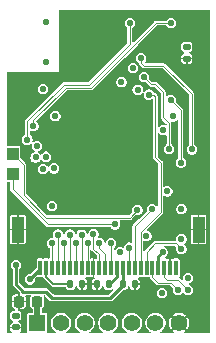
<source format=gbr>
%TF.GenerationSoftware,KiCad,Pcbnew,9.0.0*%
%TF.CreationDate,2025-04-27T20:43:47-05:00*%
%TF.ProjectId,ESP32_S3_CAM_wifi,45535033-325f-4533-935f-43414d5f7769,rev?*%
%TF.SameCoordinates,Original*%
%TF.FileFunction,Copper,L4,Bot*%
%TF.FilePolarity,Positive*%
%FSLAX46Y46*%
G04 Gerber Fmt 4.6, Leading zero omitted, Abs format (unit mm)*
G04 Created by KiCad (PCBNEW 9.0.0) date 2025-04-27 20:43:47*
%MOMM*%
%LPD*%
G01*
G04 APERTURE LIST*
G04 Aperture macros list*
%AMRoundRect*
0 Rectangle with rounded corners*
0 $1 Rounding radius*
0 $2 $3 $4 $5 $6 $7 $8 $9 X,Y pos of 4 corners*
0 Add a 4 corners polygon primitive as box body*
4,1,4,$2,$3,$4,$5,$6,$7,$8,$9,$2,$3,0*
0 Add four circle primitives for the rounded corners*
1,1,$1+$1,$2,$3*
1,1,$1+$1,$4,$5*
1,1,$1+$1,$6,$7*
1,1,$1+$1,$8,$9*
0 Add four rect primitives between the rounded corners*
20,1,$1+$1,$2,$3,$4,$5,0*
20,1,$1+$1,$4,$5,$6,$7,0*
20,1,$1+$1,$6,$7,$8,$9,0*
20,1,$1+$1,$8,$9,$2,$3,0*%
G04 Aperture macros list end*
%TA.AperFunction,ComponentPad*%
%ADD10C,0.500000*%
%TD*%
%TA.AperFunction,HeatsinkPad*%
%ADD11RoundRect,0.250000X-2.000000X-2.000000X2.000000X-2.000000X2.000000X2.000000X-2.000000X2.000000X0*%
%TD*%
%TA.AperFunction,ComponentPad*%
%ADD12R,1.400000X1.400000*%
%TD*%
%TA.AperFunction,ComponentPad*%
%ADD13C,1.400000*%
%TD*%
%TA.AperFunction,SMDPad,CuDef*%
%ADD14RoundRect,0.225000X0.225000X0.250000X-0.225000X0.250000X-0.225000X-0.250000X0.225000X-0.250000X0*%
%TD*%
%TA.AperFunction,SMDPad,CuDef*%
%ADD15RoundRect,0.140000X0.170000X-0.140000X0.170000X0.140000X-0.170000X0.140000X-0.170000X-0.140000X0*%
%TD*%
%TA.AperFunction,SMDPad,CuDef*%
%ADD16R,1.000000X1.000000*%
%TD*%
%TA.AperFunction,SMDPad,CuDef*%
%ADD17RoundRect,0.140000X0.140000X0.170000X-0.140000X0.170000X-0.140000X-0.170000X0.140000X-0.170000X0*%
%TD*%
%TA.AperFunction,SMDPad,CuDef*%
%ADD18RoundRect,0.140000X-0.140000X-0.170000X0.140000X-0.170000X0.140000X0.170000X-0.140000X0.170000X0*%
%TD*%
%TA.AperFunction,SMDPad,CuDef*%
%ADD19R,0.300000X1.300000*%
%TD*%
%TA.AperFunction,SMDPad,CuDef*%
%ADD20R,1.000000X2.200000*%
%TD*%
%TA.AperFunction,SMDPad,CuDef*%
%ADD21RoundRect,0.140000X-0.170000X0.140000X-0.170000X-0.140000X0.170000X-0.140000X0.170000X0.140000X0*%
%TD*%
%TA.AperFunction,ViaPad*%
%ADD22C,0.584200*%
%TD*%
%TA.AperFunction,Conductor*%
%ADD23C,0.254000*%
%TD*%
%TA.AperFunction,Conductor*%
%ADD24C,0.101600*%
%TD*%
%TA.AperFunction,Conductor*%
%ADD25C,0.508000*%
%TD*%
%TA.AperFunction,Conductor*%
%ADD26C,0.152400*%
%TD*%
G04 APERTURE END LIST*
D10*
%TO.P,U1,57,GND*%
%TO.N,GND*%
X159800000Y-81620000D03*
X159800000Y-82620000D03*
X159800000Y-83620000D03*
X160800000Y-81620000D03*
X160800000Y-82620000D03*
D11*
X160800000Y-82620000D03*
D10*
X160800000Y-83620000D03*
X161800000Y-81620000D03*
X161800000Y-82620000D03*
X161800000Y-83620000D03*
%TD*%
D12*
%TO.P,J2,1,Pin_1*%
%TO.N,+BATT*%
X154500000Y-97470000D03*
D13*
%TO.P,J2,2,Pin_2*%
%TO.N,GPIO_1*%
X156500000Y-97470000D03*
%TO.P,J2,3,Pin_3*%
%TO.N,GPIO_2*%
X158500000Y-97470000D03*
%TO.P,J2,4,Pin_4*%
%TO.N,GPIO_3*%
X160500000Y-97470000D03*
%TO.P,J2,5,Pin_5*%
%TO.N,GPIO_4*%
X162500000Y-97470000D03*
%TO.P,J2,6,Pin_6*%
%TO.N,GPIO_5*%
X164500000Y-97470000D03*
%TO.P,J2,7,Pin_7*%
%TO.N,GND*%
X166500000Y-97470000D03*
%TD*%
D14*
%TO.P,C18,1*%
%TO.N,+BATT*%
X154490000Y-95660000D03*
%TO.P,C18,2*%
%TO.N,GND*%
X152930000Y-95660000D03*
%TD*%
D15*
%TO.P,R8,1*%
%TO.N,GND*%
X152660000Y-97850000D03*
%TO.P,R8,2*%
%TO.N,Net-(D2-K)*%
X152660000Y-96850000D03*
%TD*%
D16*
%TO.P,J11,1*%
%TO.N,USB+*%
X152410000Y-83125000D03*
%TD*%
D17*
%TO.P,C20,1*%
%TO.N,+3.3V*%
X160540000Y-94180000D03*
%TO.P,C20,2*%
%TO.N,GND*%
X159540000Y-94180000D03*
%TD*%
D18*
%TO.P,C21,1*%
%TO.N,VCC_1V3*%
X161750000Y-94180000D03*
%TO.P,C21,2*%
%TO.N,GND*%
X162750000Y-94180000D03*
%TD*%
D19*
%TO.P,J1,1,1*%
%TO.N,Net-(D1-K)*%
X154750000Y-92810000D03*
%TO.P,J1,2,2*%
%TO.N,Net-(J1-Pad2)*%
X155250000Y-92810000D03*
%TO.P,J1,3,3*%
%TO.N,GPIO_10*%
X155750000Y-92810000D03*
%TO.P,J1,4,4*%
%TO.N,GPIO_11*%
X156250000Y-92810000D03*
%TO.P,J1,5,5*%
%TO.N,GPIO_12*%
X156750000Y-92810000D03*
%TO.P,J1,6,6*%
%TO.N,GPIO_13*%
X157250000Y-92810000D03*
%TO.P,J1,7,7*%
%TO.N,GPIO_14*%
X157750000Y-92810000D03*
%TO.P,J1,8,8*%
%TO.N,GPIO_15*%
X158250000Y-92810000D03*
%TO.P,J1,9,9*%
%TO.N,GPIO_16*%
X158750000Y-92810000D03*
%TO.P,J1,10,10*%
%TO.N,GND*%
X159250000Y-92810000D03*
%TO.P,J1,11,11*%
%TO.N,GPIO_17*%
X159750000Y-92810000D03*
%TO.P,J1,12,12*%
%TO.N,GPIO_18*%
X160250000Y-92810000D03*
%TO.P,J1,13,13*%
%TO.N,GPIO_48*%
X160750000Y-92810000D03*
%TO.P,J1,14,14*%
%TO.N,+3.3V*%
X161250000Y-92810000D03*
%TO.P,J1,15,15*%
%TO.N,VCC_1V3*%
X161750000Y-92810000D03*
%TO.P,J1,16,16*%
%TO.N,GPIO_47*%
X162250000Y-92810000D03*
%TO.P,J1,17,17*%
%TO.N,Net-(J1-Pad17)*%
X162750000Y-92810000D03*
%TO.P,J1,18,18*%
%TO.N,GPIO_38*%
X163250000Y-92810000D03*
%TO.P,J1,19,19*%
%TO.N,Net-(C10-Pad1)*%
X163750000Y-92810000D03*
%TO.P,J1,20,20*%
%TO.N,GPIO_39*%
X164250000Y-92810000D03*
%TO.P,J1,21,21*%
%TO.N,AVCC_2V8*%
X164750000Y-92810000D03*
%TO.P,J1,22,22*%
%TO.N,GPIO_40*%
X165250000Y-92810000D03*
%TO.P,J1,23,23*%
%TO.N,GND*%
X165750000Y-92810000D03*
%TO.P,J1,24,24*%
%TO.N,unconnected-(J1-Pad24)*%
X166250000Y-92810000D03*
D20*
%TO.P,J1,P1,SHIELD*%
%TO.N,GND*%
X168150000Y-89560000D03*
%TO.P,J1,P2,SHIELD*%
X152850000Y-89560000D03*
%TD*%
D16*
%TO.P,J10,1*%
%TO.N,USB-*%
X152410000Y-84875000D03*
%TD*%
D17*
%TO.P,R6,1*%
%TO.N,GND*%
X158300000Y-94180000D03*
%TO.P,R6,2*%
%TO.N,Net-(J1-Pad2)*%
X157300000Y-94180000D03*
%TD*%
D21*
%TO.P,C15,1*%
%TO.N,+3.3V*%
X167150000Y-74080000D03*
%TO.P,C15,2*%
%TO.N,GND*%
X167150000Y-75080000D03*
%TD*%
D22*
%TO.N,+3.3V*%
X163740000Y-90100000D03*
X167140000Y-74080000D03*
X160540000Y-94180000D03*
X154960000Y-77680000D03*
X167270000Y-93660000D03*
X165500000Y-86325000D03*
X156020000Y-79950000D03*
X166700000Y-90360000D03*
X161625000Y-77075000D03*
%TO.N,GPIO_1*%
X154460000Y-82510000D03*
%TO.N,GPIO_14*%
X157750000Y-90730000D03*
%TO.N,GPIO_11*%
X156250000Y-89990000D03*
%TO.N,SPICS0*%
X163280000Y-75060000D03*
X167580000Y-82780000D03*
%TO.N,GPIO_12*%
X156750000Y-90730000D03*
%TO.N,GND*%
X160800000Y-71400000D03*
X167680000Y-95790000D03*
X155000000Y-76600000D03*
X157140000Y-79000000D03*
X160480000Y-77610000D03*
X168340000Y-97440000D03*
X156750000Y-72400000D03*
X166030000Y-95850000D03*
X152630000Y-81000000D03*
X168470000Y-92910000D03*
X156750000Y-75400000D03*
X160800000Y-73400000D03*
X158800000Y-71400000D03*
X153520000Y-77340000D03*
X158800000Y-73400000D03*
X160800000Y-72400000D03*
X152480000Y-81970000D03*
X154000000Y-76600000D03*
X156750000Y-74400000D03*
X168530000Y-94550000D03*
X167610000Y-86680000D03*
X159800000Y-73400000D03*
X163425000Y-96025000D03*
X168410000Y-74450000D03*
X157800000Y-73400000D03*
X167610000Y-85090000D03*
X156750000Y-73400000D03*
X157800000Y-72400000D03*
X157800000Y-71400000D03*
X159800000Y-71400000D03*
X161410000Y-96040000D03*
X156750000Y-71400000D03*
X158800000Y-72400000D03*
X166500000Y-86325000D03*
X153520000Y-78280000D03*
X152620000Y-79900000D03*
X159800000Y-72400000D03*
X156000000Y-76600000D03*
%TO.N,GPIO_2*%
X154360000Y-83460000D03*
%TO.N,GPIO_38*%
X163940000Y-78140000D03*
%TO.N,GPIO_17*%
X159250000Y-89970000D03*
%TO.N,GPIO_3*%
X155245000Y-83395000D03*
%TO.N,GPIO_10*%
X155750000Y-90730000D03*
%TO.N,SPIWP*%
X165790000Y-78590000D03*
X166650000Y-83890000D03*
%TO.N,GPIO_13*%
X157250000Y-89990000D03*
%TO.N,CHIP_PU*%
X165823333Y-72080000D03*
X154170000Y-80800000D03*
%TO.N,unconnected-(AE1-NC-Pad2)*%
X155250000Y-72010000D03*
%TO.N,GPIO_0*%
X153650000Y-81950000D03*
X162330000Y-72080000D03*
%TO.N,SPIQ*%
X165650000Y-82730000D03*
X163530000Y-76630000D03*
%TO.N,Net-(C10-Pad1)*%
X166700000Y-91210000D03*
%TO.N,GPIO_48*%
X166000000Y-79975000D03*
X160750000Y-90730000D03*
%TO.N,GPIO_47*%
X162250000Y-91100000D03*
X165175000Y-81150000D03*
%TO.N,GPIO_16*%
X158750000Y-90730000D03*
%TO.N,AVCC_2V8*%
X161480000Y-91490000D03*
X165100000Y-91480000D03*
%TO.N,GPIO_40*%
X162600000Y-75880000D03*
X167270000Y-94660000D03*
%TO.N,GPIO_15*%
X158250000Y-89990000D03*
%TO.N,GPIO_18*%
X159750000Y-90730000D03*
%TO.N,GPIO_39*%
X166423333Y-94660000D03*
X163000000Y-77720000D03*
%TO.N,GPIO_4*%
X155000000Y-84450000D03*
%TO.N,USB-*%
X161090000Y-89130000D03*
%TO.N,USB+*%
X162970000Y-87910000D03*
%TO.N,GPIO_5*%
X155925000Y-84375000D03*
%TO.N,+BATT*%
X155750000Y-87560000D03*
X165075000Y-94925000D03*
%TO.N,VCC_1V3*%
X152710000Y-92540000D03*
%TO.N,Net-(J1-Pad17)*%
X166700000Y-87810000D03*
X164220000Y-87810000D03*
%TO.N,Net-(D1-K)*%
X153870000Y-93770000D03*
%TO.N,Net-(D2-K)*%
X152660000Y-96850000D03*
%TO.N,Net-(AE1-Pad1)*%
X155250000Y-75410000D03*
%TD*%
D23*
%TO.N,+3.3V*%
X160610000Y-94180000D02*
X161250000Y-93540000D01*
X161250000Y-93540000D02*
X161250000Y-92810000D01*
X160540000Y-94180000D02*
X160610000Y-94180000D01*
D24*
%TO.N,GPIO_14*%
X157750000Y-90730000D02*
X157750000Y-92810000D01*
%TO.N,GPIO_11*%
X156250000Y-92810000D02*
X156250000Y-89990000D01*
%TO.N,SPICS0*%
X163280000Y-75440000D02*
X163280000Y-75060000D01*
X165180000Y-75690000D02*
X163530000Y-75690000D01*
X167580000Y-78090000D02*
X165180000Y-75690000D01*
X163530000Y-75690000D02*
X163280000Y-75440000D01*
X167580000Y-82780000D02*
X167580000Y-78090000D01*
%TO.N,GPIO_12*%
X156750000Y-90730000D02*
X156750000Y-92810000D01*
%TO.N,GPIO_38*%
X164480000Y-78290000D02*
X164480000Y-83440000D01*
X164940000Y-83900000D02*
X164940000Y-88070000D01*
X163940000Y-78140000D02*
X164330000Y-78140000D01*
X164330000Y-78140000D02*
X164480000Y-78290000D01*
X163250000Y-89760000D02*
X163250000Y-92810000D01*
X164480000Y-83440000D02*
X164940000Y-83900000D01*
X164940000Y-88070000D02*
X163250000Y-89760000D01*
%TO.N,GPIO_17*%
X159250000Y-91170000D02*
X159750000Y-91670000D01*
X159750000Y-91670000D02*
X159750000Y-92810000D01*
X159250000Y-89970000D02*
X159250000Y-91170000D01*
%TO.N,GPIO_10*%
X155750000Y-92810000D02*
X155750000Y-90730000D01*
%TO.N,SPIWP*%
X165790000Y-78590000D02*
X166650000Y-79450000D01*
X166650000Y-79450000D02*
X166650000Y-83890000D01*
%TO.N,GPIO_13*%
X157250000Y-89990000D02*
X157250000Y-92810000D01*
%TO.N,CHIP_PU*%
X165823333Y-72080000D02*
X164520000Y-72080000D01*
X159020000Y-77580000D02*
X156900000Y-77580000D01*
X156900000Y-77580000D02*
X154170000Y-80310000D01*
X154170000Y-80310000D02*
X154170000Y-80800000D01*
X164520000Y-72080000D02*
X159020000Y-77580000D01*
%TO.N,GPIO_0*%
X153650000Y-80400000D02*
X156750000Y-77300000D01*
X156750000Y-77300000D02*
X158900000Y-77300000D01*
X153650000Y-81950000D02*
X153650000Y-80400000D01*
X162330000Y-73870000D02*
X162330000Y-72080000D01*
X158900000Y-77300000D02*
X162330000Y-73870000D01*
%TO.N,SPIQ*%
X163530000Y-76630000D02*
X164160000Y-77260000D01*
X165170000Y-80070000D02*
X165650000Y-80550000D01*
X164500000Y-77260000D02*
X165170000Y-77930000D01*
X165170000Y-77930000D02*
X165170000Y-80070000D01*
X164160000Y-77260000D02*
X164500000Y-77260000D01*
X165650000Y-80550000D02*
X165650000Y-82730000D01*
%TO.N,Net-(C10-Pad1)*%
X166700000Y-91210000D02*
X166220000Y-90730000D01*
X163750000Y-91470000D02*
X163750000Y-92810000D01*
X164490000Y-90730000D02*
X163750000Y-91470000D01*
X166220000Y-90730000D02*
X164490000Y-90730000D01*
%TO.N,GPIO_48*%
X160750000Y-90730000D02*
X160750000Y-92810000D01*
%TO.N,GPIO_47*%
X162250000Y-91100000D02*
X162250000Y-92810000D01*
%TO.N,GPIO_16*%
X158750000Y-90710000D02*
X158750000Y-92810000D01*
D23*
%TO.N,AVCC_2V8*%
X164750000Y-92810000D02*
X164750000Y-91830000D01*
X164750000Y-91830000D02*
X165100000Y-91480000D01*
D24*
%TO.N,GPIO_40*%
X166415800Y-93805800D02*
X167270000Y-94660000D01*
X165465800Y-93805800D02*
X166415800Y-93805800D01*
X165250000Y-93590000D02*
X165465800Y-93805800D01*
X165250000Y-92810000D02*
X165250000Y-93590000D01*
%TO.N,GPIO_15*%
X158250000Y-89990000D02*
X158250000Y-92810000D01*
%TO.N,GPIO_18*%
X159750000Y-90730000D02*
X159750000Y-91130000D01*
X159750000Y-91130000D02*
X160250000Y-91630000D01*
X160250000Y-91630000D02*
X160250000Y-92810000D01*
%TO.N,GPIO_39*%
X164250000Y-92810000D02*
X164250000Y-93590000D01*
X165853333Y-94090000D02*
X166423333Y-94660000D01*
X164250000Y-93590000D02*
X164750000Y-94090000D01*
X164750000Y-94090000D02*
X165853333Y-94090000D01*
%TO.N,USB-*%
X161090000Y-89130000D02*
X155440000Y-89130000D01*
X152400000Y-86090000D02*
X152400000Y-84875000D01*
X155440000Y-89130000D02*
X152400000Y-86090000D01*
%TO.N,USB+*%
X153360000Y-84085000D02*
X152400000Y-83125000D01*
X153360000Y-86650000D02*
X153360000Y-84085000D01*
X155270000Y-88560000D02*
X153360000Y-86650000D01*
X162970000Y-87910000D02*
X162320000Y-88560000D01*
X162320000Y-88560000D02*
X155270000Y-88560000D01*
D25*
%TO.N,+BATT*%
X154500000Y-97400000D02*
X154500000Y-95670000D01*
X154500000Y-95670000D02*
X154490000Y-95660000D01*
D23*
%TO.N,VCC_1V3*%
X153320000Y-94820000D02*
X155240000Y-94820000D01*
X152710000Y-92540000D02*
X152710000Y-94210000D01*
X155240000Y-94820000D02*
X155770000Y-95350000D01*
X160690000Y-95350000D02*
X161750000Y-94290000D01*
X161750000Y-94290000D02*
X161750000Y-92810000D01*
X155770000Y-95350000D02*
X160690000Y-95350000D01*
X152710000Y-94210000D02*
X153320000Y-94820000D01*
D24*
%TO.N,Net-(J1-Pad17)*%
X164220000Y-87820000D02*
X162750000Y-89290000D01*
X162750000Y-89290000D02*
X162750000Y-92810000D01*
D26*
%TO.N,Net-(J1-Pad2)*%
X155250000Y-93570000D02*
X155860000Y-94180000D01*
X155860000Y-94180000D02*
X157300000Y-94180000D01*
X155250000Y-92810000D02*
X155250000Y-93570000D01*
D23*
%TO.N,Net-(D1-K)*%
X154750000Y-92890000D02*
X153870000Y-93770000D01*
X154750000Y-92810000D02*
X154750000Y-92890000D01*
%TD*%
%TA.AperFunction,Conductor*%
%TO.N,GND*%
G36*
X169070238Y-70967593D02*
G01*
X169095958Y-71012142D01*
X169097100Y-71025200D01*
X169097100Y-98271900D01*
X169079507Y-98320238D01*
X169034958Y-98345958D01*
X169021900Y-98347100D01*
X166969508Y-98347100D01*
X166921170Y-98329507D01*
X166895450Y-98284958D01*
X166904383Y-98234300D01*
X166927729Y-98209374D01*
X167043370Y-98132104D01*
X167048855Y-98126618D01*
X167048855Y-98126617D01*
X166724502Y-97802264D01*
X166745606Y-97790080D01*
X166820080Y-97715606D01*
X166832264Y-97694501D01*
X167156618Y-98018855D01*
X167162104Y-98013370D01*
X167255385Y-97873765D01*
X167319640Y-97718639D01*
X167319641Y-97718637D01*
X167352400Y-97553955D01*
X167352400Y-97386044D01*
X167319641Y-97221362D01*
X167319640Y-97221360D01*
X167255385Y-97066234D01*
X167162105Y-96926630D01*
X167162097Y-96926621D01*
X167156620Y-96921144D01*
X167156618Y-96921144D01*
X166832264Y-97245497D01*
X166820080Y-97224394D01*
X166745606Y-97149920D01*
X166724501Y-97137735D01*
X167048855Y-96813381D01*
X167048855Y-96813379D01*
X167043378Y-96807902D01*
X167043369Y-96807894D01*
X166903765Y-96714614D01*
X166748639Y-96650359D01*
X166748637Y-96650358D01*
X166583956Y-96617600D01*
X166416044Y-96617600D01*
X166251362Y-96650358D01*
X166251360Y-96650359D01*
X166096234Y-96714614D01*
X165956633Y-96807893D01*
X165956625Y-96807899D01*
X165951143Y-96813380D01*
X166275498Y-97137735D01*
X166254394Y-97149920D01*
X166179920Y-97224394D01*
X166167735Y-97245498D01*
X165843380Y-96921144D01*
X165837899Y-96926625D01*
X165837893Y-96926633D01*
X165744614Y-97066234D01*
X165680359Y-97221360D01*
X165680358Y-97221362D01*
X165647600Y-97386044D01*
X165647600Y-97553955D01*
X165680358Y-97718637D01*
X165680359Y-97718639D01*
X165744614Y-97873765D01*
X165837894Y-98013369D01*
X165837902Y-98013378D01*
X165843379Y-98018855D01*
X165843381Y-98018855D01*
X166167735Y-97694500D01*
X166179920Y-97715606D01*
X166254394Y-97790080D01*
X166275497Y-97802264D01*
X165951144Y-98126618D01*
X165951144Y-98126620D01*
X165956621Y-98132097D01*
X165956630Y-98132105D01*
X166072271Y-98209374D01*
X166102688Y-98250857D01*
X166099323Y-98302187D01*
X166063752Y-98339345D01*
X166030492Y-98347100D01*
X164970408Y-98347100D01*
X164922070Y-98329507D01*
X164896350Y-98284958D01*
X164905283Y-98234300D01*
X164928627Y-98209374D01*
X165043692Y-98132491D01*
X165162491Y-98013692D01*
X165255830Y-97874000D01*
X165320124Y-97718782D01*
X165352900Y-97554003D01*
X165352900Y-97385997D01*
X165352392Y-97383445D01*
X165323029Y-97235824D01*
X165320124Y-97221218D01*
X165255830Y-97066000D01*
X165162491Y-96926308D01*
X165162488Y-96926305D01*
X165162486Y-96926302D01*
X165043697Y-96807513D01*
X165043694Y-96807511D01*
X165043692Y-96807509D01*
X164904000Y-96714170D01*
X164894758Y-96710342D01*
X164788355Y-96666268D01*
X164748782Y-96649876D01*
X164748780Y-96649875D01*
X164748779Y-96649875D01*
X164584004Y-96617100D01*
X164584003Y-96617100D01*
X164415997Y-96617100D01*
X164415996Y-96617100D01*
X164251220Y-96649875D01*
X164251218Y-96649876D01*
X164096001Y-96714169D01*
X163956305Y-96807511D01*
X163956302Y-96807513D01*
X163837513Y-96926302D01*
X163837511Y-96926305D01*
X163744169Y-97066001D01*
X163679876Y-97221218D01*
X163679875Y-97221220D01*
X163647100Y-97385996D01*
X163647100Y-97554003D01*
X163679847Y-97718639D01*
X163679876Y-97718782D01*
X163709409Y-97790080D01*
X163744072Y-97873765D01*
X163744170Y-97874000D01*
X163837509Y-98013692D01*
X163837511Y-98013694D01*
X163837513Y-98013697D01*
X163956302Y-98132486D01*
X163956305Y-98132488D01*
X163956308Y-98132491D01*
X164071371Y-98209373D01*
X164101788Y-98250857D01*
X164098423Y-98302186D01*
X164062852Y-98339345D01*
X164029592Y-98347100D01*
X162970408Y-98347100D01*
X162922070Y-98329507D01*
X162896350Y-98284958D01*
X162905283Y-98234300D01*
X162928627Y-98209374D01*
X163043692Y-98132491D01*
X163162491Y-98013692D01*
X163255830Y-97874000D01*
X163320124Y-97718782D01*
X163352900Y-97554003D01*
X163352900Y-97385997D01*
X163352392Y-97383445D01*
X163323029Y-97235824D01*
X163320124Y-97221218D01*
X163255830Y-97066000D01*
X163162491Y-96926308D01*
X163162488Y-96926305D01*
X163162486Y-96926302D01*
X163043697Y-96807513D01*
X163043694Y-96807511D01*
X163043692Y-96807509D01*
X162904000Y-96714170D01*
X162894758Y-96710342D01*
X162788355Y-96666268D01*
X162748782Y-96649876D01*
X162748780Y-96649875D01*
X162748779Y-96649875D01*
X162584004Y-96617100D01*
X162584003Y-96617100D01*
X162415997Y-96617100D01*
X162415996Y-96617100D01*
X162251220Y-96649875D01*
X162251218Y-96649876D01*
X162096001Y-96714169D01*
X161956305Y-96807511D01*
X161956302Y-96807513D01*
X161837513Y-96926302D01*
X161837511Y-96926305D01*
X161744169Y-97066001D01*
X161679876Y-97221218D01*
X161679875Y-97221220D01*
X161647100Y-97385996D01*
X161647100Y-97554003D01*
X161679847Y-97718639D01*
X161679876Y-97718782D01*
X161709409Y-97790080D01*
X161744072Y-97873765D01*
X161744170Y-97874000D01*
X161837509Y-98013692D01*
X161837511Y-98013694D01*
X161837513Y-98013697D01*
X161956302Y-98132486D01*
X161956305Y-98132488D01*
X161956308Y-98132491D01*
X162071371Y-98209373D01*
X162101788Y-98250857D01*
X162098423Y-98302186D01*
X162062852Y-98339345D01*
X162029592Y-98347100D01*
X160970408Y-98347100D01*
X160922070Y-98329507D01*
X160896350Y-98284958D01*
X160905283Y-98234300D01*
X160928627Y-98209374D01*
X161043692Y-98132491D01*
X161162491Y-98013692D01*
X161255830Y-97874000D01*
X161320124Y-97718782D01*
X161352900Y-97554003D01*
X161352900Y-97385997D01*
X161352392Y-97383445D01*
X161323029Y-97235824D01*
X161320124Y-97221218D01*
X161255830Y-97066000D01*
X161162491Y-96926308D01*
X161162488Y-96926305D01*
X161162486Y-96926302D01*
X161043697Y-96807513D01*
X161043694Y-96807511D01*
X161043692Y-96807509D01*
X160904000Y-96714170D01*
X160894758Y-96710342D01*
X160788355Y-96666268D01*
X160748782Y-96649876D01*
X160748780Y-96649875D01*
X160748779Y-96649875D01*
X160584004Y-96617100D01*
X160584003Y-96617100D01*
X160415997Y-96617100D01*
X160415996Y-96617100D01*
X160251220Y-96649875D01*
X160251218Y-96649876D01*
X160096001Y-96714169D01*
X159956305Y-96807511D01*
X159956302Y-96807513D01*
X159837513Y-96926302D01*
X159837511Y-96926305D01*
X159744169Y-97066001D01*
X159679876Y-97221218D01*
X159679875Y-97221220D01*
X159647100Y-97385996D01*
X159647100Y-97554003D01*
X159679847Y-97718639D01*
X159679876Y-97718782D01*
X159709409Y-97790080D01*
X159744072Y-97873765D01*
X159744170Y-97874000D01*
X159837509Y-98013692D01*
X159837511Y-98013694D01*
X159837513Y-98013697D01*
X159956302Y-98132486D01*
X159956305Y-98132488D01*
X159956308Y-98132491D01*
X160071371Y-98209373D01*
X160101788Y-98250857D01*
X160098423Y-98302186D01*
X160062852Y-98339345D01*
X160029592Y-98347100D01*
X158970408Y-98347100D01*
X158922070Y-98329507D01*
X158896350Y-98284958D01*
X158905283Y-98234300D01*
X158928627Y-98209374D01*
X159043692Y-98132491D01*
X159162491Y-98013692D01*
X159255830Y-97874000D01*
X159320124Y-97718782D01*
X159352900Y-97554003D01*
X159352900Y-97385997D01*
X159352392Y-97383445D01*
X159323029Y-97235824D01*
X159320124Y-97221218D01*
X159255830Y-97066000D01*
X159162491Y-96926308D01*
X159162488Y-96926305D01*
X159162486Y-96926302D01*
X159043697Y-96807513D01*
X159043694Y-96807511D01*
X159043692Y-96807509D01*
X158904000Y-96714170D01*
X158894758Y-96710342D01*
X158788355Y-96666268D01*
X158748782Y-96649876D01*
X158748780Y-96649875D01*
X158748779Y-96649875D01*
X158584004Y-96617100D01*
X158584003Y-96617100D01*
X158415997Y-96617100D01*
X158415996Y-96617100D01*
X158251220Y-96649875D01*
X158251218Y-96649876D01*
X158096001Y-96714169D01*
X157956305Y-96807511D01*
X157956302Y-96807513D01*
X157837513Y-96926302D01*
X157837511Y-96926305D01*
X157744169Y-97066001D01*
X157679876Y-97221218D01*
X157679875Y-97221220D01*
X157647100Y-97385996D01*
X157647100Y-97554003D01*
X157679847Y-97718639D01*
X157679876Y-97718782D01*
X157709409Y-97790080D01*
X157744072Y-97873765D01*
X157744170Y-97874000D01*
X157837509Y-98013692D01*
X157837511Y-98013694D01*
X157837513Y-98013697D01*
X157956302Y-98132486D01*
X157956305Y-98132488D01*
X157956308Y-98132491D01*
X158071371Y-98209373D01*
X158101788Y-98250857D01*
X158098423Y-98302186D01*
X158062852Y-98339345D01*
X158029592Y-98347100D01*
X156970408Y-98347100D01*
X156922070Y-98329507D01*
X156896350Y-98284958D01*
X156905283Y-98234300D01*
X156928627Y-98209374D01*
X157043692Y-98132491D01*
X157162491Y-98013692D01*
X157255830Y-97874000D01*
X157320124Y-97718782D01*
X157352900Y-97554003D01*
X157352900Y-97385997D01*
X157352392Y-97383445D01*
X157323029Y-97235824D01*
X157320124Y-97221218D01*
X157255830Y-97066000D01*
X157162491Y-96926308D01*
X157162488Y-96926305D01*
X157162486Y-96926302D01*
X157043697Y-96807513D01*
X157043694Y-96807511D01*
X157043692Y-96807509D01*
X156904000Y-96714170D01*
X156894758Y-96710342D01*
X156788355Y-96666268D01*
X156748782Y-96649876D01*
X156748780Y-96649875D01*
X156748779Y-96649875D01*
X156584004Y-96617100D01*
X156584003Y-96617100D01*
X156415997Y-96617100D01*
X156415996Y-96617100D01*
X156251220Y-96649875D01*
X156251218Y-96649876D01*
X156096001Y-96714169D01*
X155956305Y-96807511D01*
X155956302Y-96807513D01*
X155837513Y-96926302D01*
X155837511Y-96926305D01*
X155744169Y-97066001D01*
X155679876Y-97221218D01*
X155679875Y-97221220D01*
X155647100Y-97385996D01*
X155647100Y-97554003D01*
X155679847Y-97718639D01*
X155679876Y-97718782D01*
X155709409Y-97790080D01*
X155744072Y-97873765D01*
X155744170Y-97874000D01*
X155837509Y-98013692D01*
X155837511Y-98013694D01*
X155837513Y-98013697D01*
X155956302Y-98132486D01*
X155956305Y-98132488D01*
X155956308Y-98132491D01*
X156071371Y-98209373D01*
X156101788Y-98250857D01*
X156098423Y-98302186D01*
X156062852Y-98339345D01*
X156029592Y-98347100D01*
X155406245Y-98347100D01*
X155357907Y-98329507D01*
X155332187Y-98284958D01*
X155341120Y-98234300D01*
X155343709Y-98230134D01*
X155344028Y-98229658D01*
X155352900Y-98185057D01*
X155352899Y-96754944D01*
X155344028Y-96710342D01*
X155314577Y-96666266D01*
X155310235Y-96659767D01*
X155310231Y-96659764D01*
X155259658Y-96625972D01*
X155259656Y-96625971D01*
X155215057Y-96617100D01*
X154982100Y-96617100D01*
X154933762Y-96599507D01*
X154908042Y-96554958D01*
X154906900Y-96541900D01*
X154906900Y-96282452D01*
X154924493Y-96234114D01*
X154935454Y-96223977D01*
X155026804Y-96132627D01*
X155026806Y-96132625D01*
X155082198Y-96019319D01*
X155092900Y-95945863D01*
X155092899Y-95374138D01*
X155082198Y-95300681D01*
X155048041Y-95230813D01*
X155042618Y-95179662D01*
X155071343Y-95136990D01*
X155120777Y-95122765D01*
X155167789Y-95143644D01*
X155168775Y-95144613D01*
X155598137Y-95573976D01*
X155634986Y-95595250D01*
X155661962Y-95610825D01*
X155733150Y-95629900D01*
X155733153Y-95629900D01*
X160726848Y-95629900D01*
X160726850Y-95629900D01*
X160798037Y-95610825D01*
X160861862Y-95573976D01*
X161237602Y-95198236D01*
X161569424Y-94866415D01*
X164630000Y-94866415D01*
X164630000Y-94983585D01*
X164643134Y-95032601D01*
X164660326Y-95096766D01*
X164718910Y-95198236D01*
X164801763Y-95281089D01*
X164903233Y-95339673D01*
X164903235Y-95339673D01*
X164903236Y-95339674D01*
X165016415Y-95370000D01*
X165016418Y-95370000D01*
X165133582Y-95370000D01*
X165133585Y-95370000D01*
X165246764Y-95339674D01*
X165314304Y-95300680D01*
X165348236Y-95281089D01*
X165431089Y-95198236D01*
X165489673Y-95096766D01*
X165489674Y-95096764D01*
X165520000Y-94983585D01*
X165520000Y-94866415D01*
X165489674Y-94753236D01*
X165489673Y-94753235D01*
X165489673Y-94753233D01*
X165431089Y-94651763D01*
X165348236Y-94568910D01*
X165246766Y-94510326D01*
X165182680Y-94493155D01*
X165133585Y-94480000D01*
X165016415Y-94480000D01*
X164967320Y-94493155D01*
X164903233Y-94510326D01*
X164801763Y-94568910D01*
X164718910Y-94651763D01*
X164660326Y-94753233D01*
X164642130Y-94821143D01*
X164630000Y-94866415D01*
X161569424Y-94866415D01*
X161627527Y-94808312D01*
X161770913Y-94664926D01*
X161817533Y-94643186D01*
X161824087Y-94642900D01*
X161933732Y-94642900D01*
X161933734Y-94642900D01*
X161958221Y-94640059D01*
X162058396Y-94595828D01*
X162135828Y-94518396D01*
X162180059Y-94418221D01*
X162180059Y-94418216D01*
X162181479Y-94415002D01*
X162217098Y-94377889D01*
X162268239Y-94372354D01*
X162310973Y-94400987D01*
X162319064Y-94415001D01*
X162364589Y-94518104D01*
X162364594Y-94518111D01*
X162441888Y-94595405D01*
X162441891Y-94595407D01*
X162541896Y-94639564D01*
X162566342Y-94642399D01*
X162673800Y-94642399D01*
X162826200Y-94642399D01*
X162933651Y-94642399D01*
X162958108Y-94639563D01*
X163058104Y-94595410D01*
X163058111Y-94595405D01*
X163135405Y-94518111D01*
X163135407Y-94518108D01*
X163179564Y-94418103D01*
X163182400Y-94393657D01*
X163182400Y-94256200D01*
X162826200Y-94256200D01*
X162826200Y-94642399D01*
X162673800Y-94642399D01*
X162673800Y-94255200D01*
X162680482Y-94236840D01*
X162683875Y-94217600D01*
X162689071Y-94213239D01*
X162691393Y-94206862D01*
X162708315Y-94197092D01*
X162723280Y-94184535D01*
X162733048Y-94182812D01*
X162735942Y-94181142D01*
X162749000Y-94180000D01*
X162750000Y-94180000D01*
X162750000Y-94179000D01*
X162767593Y-94130662D01*
X162812142Y-94104942D01*
X162825200Y-94103800D01*
X163182399Y-94103800D01*
X163182399Y-93966349D01*
X163179563Y-93941891D01*
X163135410Y-93841895D01*
X163135405Y-93841888D01*
X163058111Y-93764594D01*
X163058107Y-93764591D01*
X163035349Y-93754542D01*
X162998238Y-93718922D01*
X162992705Y-93667780D01*
X163021339Y-93625047D01*
X163070743Y-93610718D01*
X163080398Y-93611995D01*
X163084943Y-93612900D01*
X163415056Y-93612899D01*
X163459658Y-93604028D01*
X163459660Y-93604026D01*
X163466503Y-93601193D01*
X163467168Y-93602799D01*
X163508181Y-93592760D01*
X163533217Y-93601872D01*
X163533499Y-93601193D01*
X163540340Y-93604026D01*
X163540342Y-93604028D01*
X163584943Y-93612900D01*
X163915056Y-93612899D01*
X163959658Y-93604028D01*
X163959658Y-93604027D01*
X163966922Y-93602583D01*
X163967501Y-93605497D01*
X164006153Y-93603806D01*
X164046966Y-93635117D01*
X164053022Y-93646750D01*
X164077156Y-93705013D01*
X164077311Y-93705387D01*
X164134613Y-93762689D01*
X164134614Y-93762689D01*
X164577310Y-94205385D01*
X164577311Y-94205387D01*
X164634613Y-94262689D01*
X164665625Y-94275534D01*
X164674954Y-94279398D01*
X164674955Y-94279399D01*
X164685442Y-94283743D01*
X164709482Y-94293701D01*
X164799271Y-94293701D01*
X164799279Y-94293700D01*
X165737810Y-94293700D01*
X165786148Y-94311293D01*
X165790984Y-94315726D01*
X165968413Y-94493155D01*
X165990153Y-94539775D01*
X165987877Y-94565789D01*
X165978333Y-94601413D01*
X165978333Y-94601415D01*
X165978333Y-94718585D01*
X165979303Y-94722204D01*
X166008659Y-94831766D01*
X166067243Y-94933236D01*
X166150096Y-95016089D01*
X166251566Y-95074673D01*
X166251568Y-95074673D01*
X166251569Y-95074674D01*
X166364748Y-95105000D01*
X166364751Y-95105000D01*
X166481915Y-95105000D01*
X166481918Y-95105000D01*
X166595097Y-95074674D01*
X166603020Y-95070100D01*
X166696569Y-95016089D01*
X166779422Y-94933236D01*
X166781539Y-94929570D01*
X166820942Y-94896503D01*
X166872382Y-94896500D01*
X166911789Y-94929562D01*
X166911790Y-94929563D01*
X166913911Y-94933237D01*
X166996763Y-95016089D01*
X167098233Y-95074673D01*
X167098235Y-95074673D01*
X167098236Y-95074674D01*
X167211415Y-95105000D01*
X167211418Y-95105000D01*
X167328582Y-95105000D01*
X167328585Y-95105000D01*
X167441764Y-95074674D01*
X167449687Y-95070100D01*
X167543236Y-95016089D01*
X167626089Y-94933236D01*
X167684673Y-94831766D01*
X167684674Y-94831764D01*
X167715000Y-94718585D01*
X167715000Y-94601415D01*
X167684674Y-94488236D01*
X167684673Y-94488235D01*
X167684673Y-94488233D01*
X167626089Y-94386763D01*
X167543236Y-94303910D01*
X167441766Y-94245326D01*
X167416606Y-94238585D01*
X167394407Y-94232636D01*
X167352272Y-94203133D01*
X167338958Y-94153446D01*
X167360697Y-94106826D01*
X167394406Y-94087363D01*
X167441764Y-94074674D01*
X167543236Y-94016089D01*
X167626089Y-93933236D01*
X167678993Y-93841604D01*
X167684673Y-93831766D01*
X167684674Y-93831764D01*
X167715000Y-93718585D01*
X167715000Y-93601415D01*
X167684674Y-93488236D01*
X167684673Y-93488235D01*
X167684673Y-93488233D01*
X167626089Y-93386763D01*
X167543236Y-93303910D01*
X167441766Y-93245326D01*
X167396492Y-93233195D01*
X167328585Y-93215000D01*
X167211415Y-93215000D01*
X167154825Y-93230163D01*
X167098233Y-93245326D01*
X166996763Y-93303910D01*
X166913910Y-93386763D01*
X166855326Y-93488233D01*
X166840371Y-93544049D01*
X166825000Y-93601415D01*
X166825000Y-93718585D01*
X166828620Y-93732098D01*
X166828029Y-93738855D01*
X166830897Y-93745005D01*
X166825840Y-93763877D01*
X166824137Y-93783340D01*
X166819339Y-93788137D01*
X166817583Y-93794692D01*
X166801577Y-93805899D01*
X166787764Y-93819713D01*
X166781006Y-93820304D01*
X166775447Y-93824197D01*
X166755983Y-93822493D01*
X166736520Y-93824197D01*
X166729566Y-93820182D01*
X166724202Y-93819713D01*
X166702809Y-93804734D01*
X166652615Y-93754540D01*
X166599064Y-93700989D01*
X166599064Y-93700988D01*
X166537080Y-93639004D01*
X166515340Y-93592384D01*
X166527728Y-93544052D01*
X166544028Y-93519658D01*
X166552900Y-93475057D01*
X166552899Y-92144944D01*
X166544028Y-92100342D01*
X166510234Y-92049766D01*
X166459658Y-92015972D01*
X166459656Y-92015971D01*
X166415057Y-92007100D01*
X166084944Y-92007100D01*
X166084939Y-92007101D01*
X166040345Y-92015970D01*
X166033503Y-92018805D01*
X166032910Y-92017373D01*
X165991356Y-92027537D01*
X165966615Y-92018531D01*
X165966307Y-92019277D01*
X165959462Y-92016441D01*
X165915013Y-92007600D01*
X165826200Y-92007600D01*
X165826200Y-92734800D01*
X165819517Y-92753159D01*
X165816125Y-92772400D01*
X165810928Y-92776760D01*
X165808607Y-92783138D01*
X165791684Y-92792907D01*
X165776720Y-92805465D01*
X165766951Y-92807187D01*
X165764058Y-92808858D01*
X165751000Y-92810000D01*
X165749000Y-92810000D01*
X165700662Y-92792407D01*
X165674942Y-92747858D01*
X165673800Y-92734800D01*
X165673800Y-92007600D01*
X165584987Y-92007600D01*
X165540537Y-92016441D01*
X165533692Y-92019277D01*
X165532987Y-92017575D01*
X165492245Y-92027535D01*
X165489563Y-92027192D01*
X165472774Y-92024736D01*
X165459658Y-92015972D01*
X165415057Y-92007100D01*
X165352216Y-92007100D01*
X165346801Y-92006308D01*
X165328688Y-91996546D01*
X165309348Y-91989507D01*
X165306511Y-91984593D01*
X165301519Y-91981903D01*
X165293918Y-91962781D01*
X165283628Y-91944958D01*
X165284613Y-91939371D01*
X165282518Y-91934101D01*
X165288987Y-91914564D01*
X165292561Y-91894300D01*
X165297251Y-91889609D01*
X165298689Y-91885269D01*
X165306270Y-91880590D01*
X165320085Y-91866775D01*
X165373236Y-91836089D01*
X165456089Y-91753236D01*
X165474146Y-91721961D01*
X165514673Y-91651766D01*
X165514674Y-91651764D01*
X165545000Y-91538585D01*
X165545000Y-91421415D01*
X165514674Y-91308236D01*
X165514673Y-91308235D01*
X165514673Y-91308233D01*
X165456089Y-91206763D01*
X165373236Y-91123910D01*
X165286832Y-91074025D01*
X165253767Y-91034620D01*
X165253767Y-90983180D01*
X165286832Y-90943775D01*
X165324432Y-90933700D01*
X166104477Y-90933700D01*
X166119904Y-90939315D01*
X166136258Y-90940746D01*
X166149702Y-90950160D01*
X166152815Y-90951293D01*
X166157651Y-90955726D01*
X166245080Y-91043155D01*
X166266820Y-91089775D01*
X166264544Y-91115789D01*
X166255000Y-91151413D01*
X166255000Y-91151415D01*
X166255000Y-91268585D01*
X166267742Y-91316138D01*
X166285326Y-91381766D01*
X166343910Y-91483236D01*
X166426763Y-91566089D01*
X166528233Y-91624673D01*
X166528235Y-91624673D01*
X166528236Y-91624674D01*
X166641415Y-91655000D01*
X166641418Y-91655000D01*
X166758582Y-91655000D01*
X166758585Y-91655000D01*
X166871764Y-91624674D01*
X166973236Y-91566089D01*
X167056089Y-91483236D01*
X167091780Y-91421417D01*
X167114673Y-91381766D01*
X167117400Y-91371589D01*
X167145000Y-91268585D01*
X167145000Y-91151415D01*
X167114674Y-91038236D01*
X167114673Y-91038235D01*
X167114673Y-91038233D01*
X167056089Y-90936763D01*
X166973236Y-90853910D01*
X166966681Y-90850126D01*
X166933615Y-90810722D01*
X166933613Y-90759282D01*
X166966677Y-90719876D01*
X166966681Y-90719874D01*
X166973236Y-90716089D01*
X167014313Y-90675012D01*
X167497600Y-90675012D01*
X167506441Y-90719462D01*
X167506442Y-90719464D01*
X167540126Y-90769873D01*
X167590535Y-90803557D01*
X167590537Y-90803558D01*
X167634987Y-90812400D01*
X168073800Y-90812400D01*
X168226200Y-90812400D01*
X168665013Y-90812400D01*
X168709462Y-90803558D01*
X168709464Y-90803557D01*
X168759873Y-90769873D01*
X168793557Y-90719464D01*
X168793558Y-90719462D01*
X168802400Y-90675012D01*
X168802400Y-89636200D01*
X168226200Y-89636200D01*
X168226200Y-90812400D01*
X168073800Y-90812400D01*
X168073800Y-89636200D01*
X167497600Y-89636200D01*
X167497600Y-90675012D01*
X167014313Y-90675012D01*
X167056089Y-90633236D01*
X167114673Y-90531766D01*
X167114674Y-90531764D01*
X167145000Y-90418585D01*
X167145000Y-90301415D01*
X167114674Y-90188236D01*
X167114673Y-90188235D01*
X167114673Y-90188233D01*
X167056089Y-90086763D01*
X166973236Y-90003910D01*
X166871766Y-89945326D01*
X166826492Y-89933195D01*
X166758585Y-89915000D01*
X166641415Y-89915000D01*
X166584825Y-89930163D01*
X166528233Y-89945326D01*
X166426763Y-90003910D01*
X166343910Y-90086763D01*
X166285326Y-90188233D01*
X166276049Y-90222858D01*
X166255000Y-90301415D01*
X166255000Y-90418585D01*
X166258497Y-90431639D01*
X166254014Y-90482881D01*
X166217641Y-90519254D01*
X166185860Y-90526300D01*
X164449481Y-90526300D01*
X164374613Y-90557311D01*
X164374612Y-90557312D01*
X164374610Y-90557313D01*
X164353127Y-90578797D01*
X164317311Y-90614613D01*
X163634615Y-91297308D01*
X163634614Y-91297310D01*
X163634613Y-91297311D01*
X163589235Y-91342689D01*
X163582074Y-91349850D01*
X163535453Y-91371589D01*
X163485766Y-91358275D01*
X163456262Y-91316138D01*
X163453700Y-91296675D01*
X163453700Y-90578797D01*
X163471293Y-90530459D01*
X163515842Y-90504739D01*
X163563531Y-90513148D01*
X163563681Y-90512788D01*
X163565307Y-90513461D01*
X163566500Y-90513672D01*
X163568236Y-90514674D01*
X163681415Y-90545000D01*
X163681418Y-90545000D01*
X163798582Y-90545000D01*
X163798585Y-90545000D01*
X163911764Y-90514674D01*
X164013236Y-90456089D01*
X164096089Y-90373236D01*
X164123309Y-90326089D01*
X164154673Y-90271766D01*
X164155841Y-90267407D01*
X164185000Y-90158585D01*
X164185000Y-90041415D01*
X164154674Y-89928236D01*
X164154673Y-89928235D01*
X164154673Y-89928233D01*
X164096089Y-89826763D01*
X164013236Y-89743910D01*
X163911765Y-89685326D01*
X163898317Y-89681723D01*
X163801746Y-89655847D01*
X163759611Y-89626343D01*
X163746297Y-89576656D01*
X163768034Y-89530039D01*
X164853087Y-88444987D01*
X167497600Y-88444987D01*
X167497600Y-89483800D01*
X168073800Y-89483800D01*
X168226200Y-89483800D01*
X168802400Y-89483800D01*
X168802400Y-88444987D01*
X168793558Y-88400537D01*
X168793557Y-88400535D01*
X168759873Y-88350126D01*
X168709464Y-88316442D01*
X168709462Y-88316441D01*
X168665013Y-88307600D01*
X168226200Y-88307600D01*
X168226200Y-89483800D01*
X168073800Y-89483800D01*
X168073800Y-88307600D01*
X167634987Y-88307600D01*
X167590537Y-88316441D01*
X167590535Y-88316442D01*
X167540126Y-88350126D01*
X167506442Y-88400535D01*
X167506441Y-88400537D01*
X167497600Y-88444987D01*
X164853087Y-88444987D01*
X165055385Y-88242689D01*
X165055387Y-88242689D01*
X165112689Y-88185387D01*
X165121772Y-88163458D01*
X165143701Y-88110519D01*
X165143701Y-88029481D01*
X165143701Y-88023426D01*
X165143700Y-88023412D01*
X165143700Y-87751415D01*
X166255000Y-87751415D01*
X166255000Y-87868585D01*
X166267729Y-87916089D01*
X166285326Y-87981766D01*
X166343910Y-88083236D01*
X166426763Y-88166089D01*
X166528233Y-88224673D01*
X166528235Y-88224673D01*
X166528236Y-88224674D01*
X166641415Y-88255000D01*
X166641418Y-88255000D01*
X166758582Y-88255000D01*
X166758585Y-88255000D01*
X166871764Y-88224674D01*
X166973236Y-88166089D01*
X167056089Y-88083236D01*
X167090620Y-88023426D01*
X167114673Y-87981766D01*
X167114674Y-87981764D01*
X167145000Y-87868585D01*
X167145000Y-87751415D01*
X167114674Y-87638236D01*
X167114673Y-87638235D01*
X167114673Y-87638233D01*
X167056089Y-87536763D01*
X166973236Y-87453910D01*
X166871766Y-87395326D01*
X166826492Y-87383195D01*
X166758585Y-87365000D01*
X166641415Y-87365000D01*
X166584825Y-87380163D01*
X166528233Y-87395326D01*
X166426763Y-87453910D01*
X166343910Y-87536763D01*
X166285326Y-87638233D01*
X166267130Y-87706143D01*
X166255000Y-87751415D01*
X165143700Y-87751415D01*
X165143700Y-86763382D01*
X165161293Y-86715044D01*
X165205842Y-86689324D01*
X165256499Y-86698256D01*
X165328236Y-86739674D01*
X165441415Y-86770000D01*
X165441418Y-86770000D01*
X165558582Y-86770000D01*
X165558585Y-86770000D01*
X165671764Y-86739674D01*
X165773236Y-86681089D01*
X165856089Y-86598236D01*
X165914674Y-86496764D01*
X165945000Y-86383585D01*
X165945000Y-86266415D01*
X165914674Y-86153236D01*
X165914673Y-86153235D01*
X165914673Y-86153233D01*
X165856089Y-86051763D01*
X165773236Y-85968910D01*
X165671766Y-85910326D01*
X165626492Y-85898195D01*
X165558585Y-85880000D01*
X165441415Y-85880000D01*
X165384825Y-85895163D01*
X165328233Y-85910326D01*
X165256500Y-85951742D01*
X165205841Y-85960674D01*
X165161293Y-85934954D01*
X165143700Y-85886617D01*
X165143700Y-83859482D01*
X165143700Y-83859481D01*
X165112689Y-83784613D01*
X165055387Y-83727311D01*
X165055386Y-83727310D01*
X164705726Y-83377650D01*
X164683986Y-83331030D01*
X164683700Y-83324476D01*
X164683700Y-81468558D01*
X164701293Y-81420220D01*
X164745842Y-81394500D01*
X164796500Y-81403433D01*
X164815276Y-81419899D01*
X164815425Y-81419751D01*
X164817682Y-81422008D01*
X164818560Y-81422778D01*
X164818916Y-81423242D01*
X164901763Y-81506089D01*
X165003233Y-81564673D01*
X165003235Y-81564673D01*
X165003236Y-81564674D01*
X165116415Y-81595000D01*
X165116418Y-81595000D01*
X165233582Y-81595000D01*
X165233585Y-81595000D01*
X165346764Y-81564674D01*
X165346765Y-81564673D01*
X165351525Y-81563398D01*
X165352262Y-81566151D01*
X165393381Y-81564166D01*
X165434335Y-81595291D01*
X165446300Y-81635989D01*
X165446300Y-82290347D01*
X165428707Y-82338685D01*
X165408700Y-82355472D01*
X165376763Y-82373910D01*
X165293910Y-82456763D01*
X165235326Y-82558233D01*
X165221471Y-82609944D01*
X165205000Y-82671415D01*
X165205000Y-82788585D01*
X165223195Y-82856492D01*
X165235326Y-82901766D01*
X165293910Y-83003236D01*
X165376763Y-83086089D01*
X165478233Y-83144673D01*
X165478235Y-83144673D01*
X165478236Y-83144674D01*
X165591415Y-83175000D01*
X165591418Y-83175000D01*
X165708582Y-83175000D01*
X165708585Y-83175000D01*
X165821764Y-83144674D01*
X165892368Y-83103911D01*
X165923236Y-83086089D01*
X166006089Y-83003236D01*
X166064673Y-82901766D01*
X166074232Y-82866091D01*
X166095000Y-82788585D01*
X166095000Y-82671415D01*
X166064674Y-82558236D01*
X166064673Y-82558235D01*
X166064673Y-82558233D01*
X166006089Y-82456763D01*
X165923236Y-82373910D01*
X165891300Y-82355472D01*
X165858235Y-82316067D01*
X165853700Y-82290347D01*
X165853700Y-80599837D01*
X165853700Y-80590521D01*
X165853701Y-80590519D01*
X165853701Y-80509482D01*
X165852267Y-80506020D01*
X165852101Y-80495137D01*
X165858425Y-80476900D01*
X165861360Y-80457823D01*
X165866649Y-80453184D01*
X165868954Y-80446537D01*
X165885521Y-80436630D01*
X165900032Y-80423904D01*
X165908518Y-80422880D01*
X165913104Y-80420139D01*
X165920887Y-80421389D01*
X165937112Y-80419433D01*
X165941413Y-80419999D01*
X165941415Y-80420000D01*
X165941417Y-80420000D01*
X166058582Y-80420000D01*
X166058585Y-80420000D01*
X166171764Y-80389674D01*
X166193178Y-80377311D01*
X166273236Y-80331089D01*
X166317926Y-80286400D01*
X166364546Y-80264660D01*
X166414233Y-80277974D01*
X166443738Y-80320111D01*
X166446300Y-80339574D01*
X166446300Y-83450347D01*
X166428707Y-83498685D01*
X166408700Y-83515472D01*
X166376763Y-83533910D01*
X166293910Y-83616763D01*
X166235326Y-83718233D01*
X166226523Y-83751089D01*
X166205000Y-83831415D01*
X166205000Y-83948585D01*
X166214590Y-83984375D01*
X166235326Y-84061766D01*
X166293910Y-84163236D01*
X166376763Y-84246089D01*
X166478233Y-84304673D01*
X166478235Y-84304673D01*
X166478236Y-84304674D01*
X166591415Y-84335000D01*
X166591418Y-84335000D01*
X166708582Y-84335000D01*
X166708585Y-84335000D01*
X166821764Y-84304674D01*
X166923236Y-84246089D01*
X167006089Y-84163236D01*
X167046114Y-84093911D01*
X167064673Y-84061766D01*
X167064674Y-84061764D01*
X167095000Y-83948585D01*
X167095000Y-83831415D01*
X167064674Y-83718236D01*
X167064673Y-83718235D01*
X167064673Y-83718233D01*
X167006089Y-83616763D01*
X166923236Y-83533910D01*
X166891300Y-83515472D01*
X166858235Y-83476067D01*
X166853700Y-83450347D01*
X166853700Y-79499279D01*
X166853701Y-79499270D01*
X166853701Y-79409483D01*
X166822689Y-79334614D01*
X166822689Y-79334613D01*
X166761100Y-79273024D01*
X166761093Y-79273018D01*
X166244918Y-78756843D01*
X166223178Y-78710223D01*
X166225454Y-78684208D01*
X166235000Y-78648585D01*
X166235000Y-78531415D01*
X166204674Y-78418236D01*
X166204673Y-78418235D01*
X166204673Y-78418233D01*
X166146089Y-78316763D01*
X166063236Y-78233910D01*
X165961766Y-78175326D01*
X165916492Y-78163195D01*
X165848585Y-78145000D01*
X165731415Y-78145000D01*
X165674825Y-78160163D01*
X165618233Y-78175326D01*
X165516763Y-78233910D01*
X165502074Y-78248600D01*
X165455454Y-78270340D01*
X165405767Y-78257026D01*
X165376262Y-78214889D01*
X165373700Y-78195426D01*
X165373700Y-77889482D01*
X165373700Y-77889481D01*
X165342689Y-77814613D01*
X165342685Y-77814609D01*
X165342684Y-77814607D01*
X165281108Y-77753031D01*
X165281093Y-77753018D01*
X164683266Y-77155191D01*
X164683265Y-77155189D01*
X164683265Y-77155190D01*
X164672689Y-77144613D01*
X164615387Y-77087311D01*
X164540519Y-77056300D01*
X164540518Y-77056300D01*
X164275523Y-77056300D01*
X164227185Y-77038707D01*
X164222349Y-77034274D01*
X163984918Y-76796843D01*
X163963178Y-76750223D01*
X163965454Y-76724208D01*
X163975000Y-76688585D01*
X163975000Y-76571415D01*
X163944674Y-76458236D01*
X163944673Y-76458235D01*
X163944673Y-76458233D01*
X163886089Y-76356763D01*
X163803236Y-76273910D01*
X163701766Y-76215326D01*
X163644566Y-76200000D01*
X163588585Y-76185000D01*
X163471415Y-76185000D01*
X163415434Y-76200000D01*
X163358233Y-76215326D01*
X163256763Y-76273910D01*
X163173910Y-76356763D01*
X163115326Y-76458233D01*
X163097130Y-76526143D01*
X163085000Y-76571415D01*
X163085000Y-76688585D01*
X163093126Y-76718911D01*
X163115326Y-76801766D01*
X163173910Y-76903236D01*
X163256763Y-76986089D01*
X163358233Y-77044673D01*
X163358235Y-77044673D01*
X163358236Y-77044674D01*
X163471415Y-77075000D01*
X163471418Y-77075000D01*
X163588585Y-77075000D01*
X163624206Y-77065455D01*
X163675448Y-77069937D01*
X163696843Y-77084918D01*
X163987310Y-77375385D01*
X163987311Y-77375387D01*
X164044613Y-77432689D01*
X164075625Y-77445534D01*
X164084954Y-77449398D01*
X164084955Y-77449399D01*
X164103943Y-77457264D01*
X164119482Y-77463701D01*
X164209271Y-77463701D01*
X164209279Y-77463700D01*
X164384477Y-77463700D01*
X164432815Y-77481293D01*
X164437651Y-77485726D01*
X164944274Y-77992349D01*
X164966014Y-78038969D01*
X164966300Y-78045523D01*
X164966300Y-80110519D01*
X164997311Y-80185387D01*
X165054613Y-80242689D01*
X165054614Y-80242689D01*
X165065190Y-80253265D01*
X165422185Y-80610260D01*
X165443925Y-80656880D01*
X165430611Y-80706567D01*
X165388474Y-80736072D01*
X165349548Y-80736072D01*
X165346764Y-80735326D01*
X165233585Y-80705000D01*
X165116415Y-80705000D01*
X165059825Y-80720163D01*
X165003233Y-80735326D01*
X164901763Y-80793910D01*
X164818911Y-80876762D01*
X164818555Y-80877227D01*
X164818257Y-80877416D01*
X164815425Y-80880249D01*
X164814796Y-80879620D01*
X164775167Y-80904860D01*
X164724168Y-80898140D01*
X164689421Y-80860210D01*
X164683700Y-80831441D01*
X164683700Y-78249482D01*
X164683335Y-78248600D01*
X164652689Y-78174613D01*
X164652685Y-78174609D01*
X164652684Y-78174607D01*
X164591108Y-78113031D01*
X164591093Y-78113018D01*
X164513266Y-78035191D01*
X164513265Y-78035189D01*
X164513265Y-78035190D01*
X164502689Y-78024613D01*
X164445387Y-77967311D01*
X164370519Y-77936300D01*
X164370517Y-77936299D01*
X164365205Y-77935243D01*
X164321228Y-77908557D01*
X164314755Y-77899095D01*
X164296089Y-77866764D01*
X164296088Y-77866762D01*
X164213236Y-77783910D01*
X164111766Y-77725326D01*
X164066492Y-77713195D01*
X163998585Y-77695000D01*
X163881415Y-77695000D01*
X163824825Y-77710163D01*
X163768233Y-77725326D01*
X163666763Y-77783910D01*
X163583908Y-77866765D01*
X163566209Y-77897421D01*
X163526803Y-77930485D01*
X163475364Y-77930484D01*
X163435959Y-77897419D01*
X163427028Y-77846760D01*
X163428444Y-77840369D01*
X163445000Y-77778585D01*
X163445000Y-77661415D01*
X163414674Y-77548236D01*
X163414673Y-77548235D01*
X163414673Y-77548233D01*
X163356089Y-77446763D01*
X163273236Y-77363910D01*
X163171766Y-77305326D01*
X163126492Y-77293195D01*
X163058585Y-77275000D01*
X162941415Y-77275000D01*
X162884825Y-77290163D01*
X162828233Y-77305326D01*
X162726763Y-77363910D01*
X162643910Y-77446763D01*
X162585326Y-77548233D01*
X162567130Y-77616143D01*
X162555000Y-77661415D01*
X162555000Y-77778585D01*
X162564654Y-77814613D01*
X162585326Y-77891766D01*
X162643910Y-77993236D01*
X162726763Y-78076089D01*
X162828233Y-78134673D01*
X162828235Y-78134673D01*
X162828236Y-78134674D01*
X162941415Y-78165000D01*
X162941418Y-78165000D01*
X163058582Y-78165000D01*
X163058585Y-78165000D01*
X163171764Y-78134674D01*
X163273236Y-78076089D01*
X163356089Y-77993236D01*
X163373788Y-77962579D01*
X163413193Y-77929514D01*
X163464633Y-77929514D01*
X163504039Y-77962578D01*
X163512972Y-78013236D01*
X163511552Y-78019641D01*
X163495000Y-78081415D01*
X163495000Y-78198585D01*
X163508638Y-78249482D01*
X163525326Y-78311766D01*
X163583910Y-78413236D01*
X163666763Y-78496089D01*
X163768233Y-78554673D01*
X163768235Y-78554673D01*
X163768236Y-78554674D01*
X163881415Y-78585000D01*
X163881418Y-78585000D01*
X163998582Y-78585000D01*
X163998585Y-78585000D01*
X164111764Y-78554674D01*
X164163500Y-78524803D01*
X164214158Y-78515871D01*
X164258706Y-78541591D01*
X164276300Y-78589928D01*
X164276300Y-83480519D01*
X164307311Y-83555387D01*
X164364613Y-83612689D01*
X164364614Y-83612689D01*
X164375190Y-83623265D01*
X164714274Y-83962349D01*
X164736014Y-84008969D01*
X164736300Y-84015523D01*
X164736300Y-87533606D01*
X164718707Y-87581944D01*
X164674158Y-87607664D01*
X164623500Y-87598731D01*
X164595975Y-87571206D01*
X164576089Y-87536763D01*
X164493236Y-87453910D01*
X164391766Y-87395326D01*
X164346492Y-87383195D01*
X164278585Y-87365000D01*
X164161415Y-87365000D01*
X164104825Y-87380163D01*
X164048233Y-87395326D01*
X163946763Y-87453910D01*
X163863910Y-87536763D01*
X163805326Y-87638233D01*
X163787130Y-87706143D01*
X163775000Y-87751415D01*
X163775000Y-87751417D01*
X163775000Y-87868584D01*
X163786657Y-87912095D01*
X163782172Y-87963339D01*
X163767193Y-87984730D01*
X163087118Y-88664806D01*
X162634614Y-89117310D01*
X162634613Y-89117311D01*
X162605963Y-89145961D01*
X162577313Y-89174610D01*
X162577312Y-89174612D01*
X162577311Y-89174613D01*
X162571525Y-89188582D01*
X162546300Y-89249482D01*
X162546300Y-90626976D01*
X162528707Y-90675314D01*
X162484158Y-90701034D01*
X162433501Y-90692102D01*
X162421765Y-90685326D01*
X162383271Y-90675012D01*
X162308585Y-90655000D01*
X162191415Y-90655000D01*
X162134825Y-90670163D01*
X162078233Y-90685326D01*
X161976763Y-90743910D01*
X161893910Y-90826763D01*
X161835326Y-90928233D01*
X161804998Y-91041424D01*
X161804714Y-91043580D01*
X161804109Y-91044740D01*
X161803725Y-91046176D01*
X161803406Y-91046090D01*
X161780955Y-91089205D01*
X161733428Y-91108883D01*
X161692559Y-91098879D01*
X161651765Y-91075326D01*
X161614443Y-91065326D01*
X161538585Y-91045000D01*
X161421415Y-91045000D01*
X161375742Y-91057238D01*
X161308233Y-91075326D01*
X161206763Y-91133910D01*
X161123910Y-91216763D01*
X161094025Y-91268527D01*
X161088828Y-91272887D01*
X161086507Y-91279265D01*
X161069584Y-91289034D01*
X161054620Y-91301592D01*
X161047835Y-91301592D01*
X161041958Y-91304985D01*
X161022717Y-91301592D01*
X161003180Y-91301592D01*
X160997981Y-91297230D01*
X160991300Y-91296052D01*
X160978741Y-91281085D01*
X160963775Y-91268527D01*
X160961697Y-91260773D01*
X160958235Y-91256647D01*
X160953700Y-91230927D01*
X160953700Y-91169652D01*
X160971293Y-91121314D01*
X160991301Y-91104527D01*
X161023231Y-91086092D01*
X161023231Y-91086091D01*
X161023236Y-91086089D01*
X161106089Y-91003236D01*
X161164674Y-90901764D01*
X161195000Y-90788585D01*
X161195000Y-90671415D01*
X161164674Y-90558236D01*
X161164673Y-90558234D01*
X161164673Y-90558233D01*
X161106089Y-90456763D01*
X161023236Y-90373910D01*
X160921766Y-90315326D01*
X160876492Y-90303195D01*
X160808585Y-90285000D01*
X160691415Y-90285000D01*
X160634825Y-90300163D01*
X160578233Y-90315326D01*
X160476763Y-90373910D01*
X160393910Y-90456763D01*
X160335326Y-90558234D01*
X160322638Y-90605590D01*
X160293133Y-90647727D01*
X160243446Y-90661041D01*
X160196826Y-90639302D01*
X160177362Y-90605590D01*
X160164673Y-90558234D01*
X160106089Y-90456763D01*
X160023236Y-90373910D01*
X159921766Y-90315326D01*
X159876492Y-90303195D01*
X159808585Y-90285000D01*
X159712227Y-90285000D01*
X159663889Y-90267407D01*
X159638169Y-90222858D01*
X159647102Y-90172200D01*
X159664673Y-90141765D01*
X159664674Y-90141764D01*
X159695000Y-90028585D01*
X159695000Y-89911415D01*
X159664674Y-89798236D01*
X159664673Y-89798235D01*
X159664673Y-89798233D01*
X159606089Y-89696763D01*
X159523236Y-89613910D01*
X159421766Y-89555326D01*
X159376492Y-89543195D01*
X159308585Y-89525000D01*
X159191415Y-89525000D01*
X159134825Y-89540163D01*
X159078233Y-89555326D01*
X158976763Y-89613910D01*
X158893910Y-89696763D01*
X158835327Y-89798233D01*
X158835326Y-89798235D01*
X158835326Y-89798236D01*
X158819958Y-89855591D01*
X158790453Y-89897727D01*
X158740766Y-89911041D01*
X158694145Y-89889301D01*
X158674683Y-89855591D01*
X158664674Y-89818236D01*
X158653125Y-89798233D01*
X158606089Y-89716763D01*
X158523236Y-89633910D01*
X158421766Y-89575326D01*
X158376492Y-89563195D01*
X158308585Y-89545000D01*
X158191415Y-89545000D01*
X158134825Y-89560163D01*
X158078233Y-89575326D01*
X157976763Y-89633910D01*
X157893910Y-89716763D01*
X157835326Y-89818234D01*
X157833041Y-89826763D01*
X157825318Y-89855589D01*
X157822638Y-89865590D01*
X157793133Y-89907727D01*
X157743446Y-89921041D01*
X157696826Y-89899302D01*
X157677362Y-89865590D01*
X157674683Y-89855591D01*
X157664674Y-89818236D01*
X157653125Y-89798233D01*
X157606089Y-89716763D01*
X157523236Y-89633910D01*
X157421766Y-89575326D01*
X157376492Y-89563195D01*
X157308585Y-89545000D01*
X157191415Y-89545000D01*
X157134825Y-89560163D01*
X157078233Y-89575326D01*
X156976763Y-89633910D01*
X156893910Y-89716763D01*
X156835326Y-89818234D01*
X156833041Y-89826763D01*
X156825318Y-89855589D01*
X156822638Y-89865590D01*
X156793133Y-89907727D01*
X156743446Y-89921041D01*
X156696826Y-89899302D01*
X156677362Y-89865590D01*
X156674683Y-89855591D01*
X156664674Y-89818236D01*
X156653125Y-89798233D01*
X156606089Y-89716763D01*
X156523236Y-89633910D01*
X156421766Y-89575326D01*
X156376492Y-89563195D01*
X156308585Y-89545000D01*
X156191415Y-89545000D01*
X156134825Y-89560163D01*
X156078233Y-89575326D01*
X155976763Y-89633910D01*
X155893910Y-89716763D01*
X155835326Y-89818233D01*
X155817130Y-89886143D01*
X155805000Y-89931415D01*
X155805000Y-90048585D01*
X155815230Y-90086763D01*
X155835326Y-90161765D01*
X155841351Y-90172200D01*
X155850284Y-90222858D01*
X155824564Y-90267406D01*
X155776226Y-90285000D01*
X155691415Y-90285000D01*
X155634825Y-90300163D01*
X155578233Y-90315326D01*
X155476763Y-90373910D01*
X155393910Y-90456763D01*
X155335326Y-90558233D01*
X155320220Y-90614613D01*
X155305000Y-90671415D01*
X155305000Y-90788585D01*
X155315230Y-90826763D01*
X155335326Y-90901766D01*
X155393910Y-91003236D01*
X155476759Y-91086085D01*
X155476768Y-91086092D01*
X155508699Y-91104527D01*
X155541765Y-91143932D01*
X155546300Y-91169652D01*
X155546300Y-91941574D01*
X155528707Y-91989912D01*
X155484158Y-92015632D01*
X155456429Y-92015329D01*
X155415058Y-92007100D01*
X155084944Y-92007100D01*
X155084942Y-92007101D01*
X155040340Y-92015972D01*
X155033496Y-92018807D01*
X155032830Y-92017201D01*
X154991812Y-92027238D01*
X154966783Y-92018128D01*
X154966502Y-92018807D01*
X154959659Y-92015973D01*
X154959658Y-92015972D01*
X154915057Y-92007100D01*
X154584944Y-92007100D01*
X154584942Y-92007101D01*
X154540340Y-92015972D01*
X154489767Y-92049764D01*
X154455972Y-92100342D01*
X154455971Y-92100343D01*
X154447100Y-92144942D01*
X154447100Y-92765913D01*
X154429507Y-92814251D01*
X154425074Y-92819087D01*
X153941188Y-93302974D01*
X153894568Y-93324714D01*
X153888014Y-93325000D01*
X153811415Y-93325000D01*
X153754825Y-93340163D01*
X153698233Y-93355326D01*
X153596763Y-93413910D01*
X153513910Y-93496763D01*
X153455326Y-93598233D01*
X153442911Y-93644568D01*
X153425000Y-93711415D01*
X153425000Y-93828585D01*
X153434563Y-93864274D01*
X153455326Y-93941766D01*
X153513910Y-94043236D01*
X153596763Y-94126089D01*
X153698233Y-94184673D01*
X153698235Y-94184673D01*
X153698236Y-94184674D01*
X153811415Y-94215000D01*
X153811418Y-94215000D01*
X153928582Y-94215000D01*
X153928585Y-94215000D01*
X154041764Y-94184674D01*
X154051918Y-94178812D01*
X154143236Y-94126089D01*
X154226089Y-94043236D01*
X154284673Y-93941766D01*
X154286959Y-93933236D01*
X154315000Y-93828585D01*
X154315000Y-93751986D01*
X154320614Y-93736560D01*
X154322045Y-93720205D01*
X154331461Y-93706757D01*
X154332593Y-93703648D01*
X154337015Y-93698822D01*
X154431643Y-93604193D01*
X154478261Y-93582455D01*
X154526593Y-93594841D01*
X154540342Y-93604028D01*
X154584943Y-93612900D01*
X154915056Y-93612899D01*
X154951294Y-93605691D01*
X155002132Y-93613516D01*
X155035436Y-93650666D01*
X155055778Y-93699775D01*
X155055780Y-93699777D01*
X155055782Y-93699780D01*
X155730223Y-94374221D01*
X155730225Y-94374222D01*
X155777332Y-94393734D01*
X155787719Y-94398036D01*
X155787720Y-94398037D01*
X155798783Y-94402619D01*
X155814429Y-94409100D01*
X155814430Y-94409100D01*
X155905570Y-94409100D01*
X156816913Y-94409100D01*
X156865251Y-94426693D01*
X156885705Y-94453923D01*
X156914172Y-94518396D01*
X156914173Y-94518397D01*
X156914175Y-94518400D01*
X156991599Y-94595824D01*
X156991601Y-94595825D01*
X156991604Y-94595828D01*
X157091779Y-94640059D01*
X157116266Y-94642900D01*
X157116268Y-94642900D01*
X157483732Y-94642900D01*
X157483734Y-94642900D01*
X157508221Y-94640059D01*
X157608396Y-94595828D01*
X157685828Y-94518396D01*
X157730059Y-94418221D01*
X157730059Y-94418216D01*
X157731479Y-94415002D01*
X157767098Y-94377889D01*
X157818239Y-94372354D01*
X157860973Y-94400987D01*
X157869064Y-94415001D01*
X157914589Y-94518104D01*
X157914594Y-94518111D01*
X157991888Y-94595405D01*
X157991891Y-94595407D01*
X158091896Y-94639564D01*
X158116342Y-94642399D01*
X158223800Y-94642399D01*
X158376200Y-94642399D01*
X158483651Y-94642399D01*
X158508108Y-94639563D01*
X158608104Y-94595410D01*
X158608111Y-94595405D01*
X158685405Y-94518111D01*
X158685407Y-94518108D01*
X158729564Y-94418103D01*
X158732400Y-94393657D01*
X158732400Y-94393650D01*
X159107601Y-94393650D01*
X159110436Y-94418108D01*
X159154589Y-94518104D01*
X159154594Y-94518111D01*
X159231888Y-94595405D01*
X159231891Y-94595407D01*
X159331896Y-94639564D01*
X159356342Y-94642399D01*
X159463800Y-94642399D01*
X159463800Y-94256200D01*
X159107601Y-94256200D01*
X159107601Y-94393650D01*
X158732400Y-94393650D01*
X158732400Y-94256200D01*
X158376200Y-94256200D01*
X158376200Y-94642399D01*
X158223800Y-94642399D01*
X158223800Y-94255200D01*
X158230482Y-94236840D01*
X158233875Y-94217600D01*
X158239071Y-94213239D01*
X158241393Y-94206862D01*
X158258315Y-94197092D01*
X158273280Y-94184535D01*
X158283048Y-94182812D01*
X158285942Y-94181142D01*
X158299000Y-94180000D01*
X158300000Y-94180000D01*
X158300000Y-94179000D01*
X158317593Y-94130662D01*
X158362142Y-94104942D01*
X158375200Y-94103800D01*
X158732399Y-94103800D01*
X158732399Y-93966349D01*
X158729563Y-93941891D01*
X158685410Y-93841895D01*
X158685405Y-93841888D01*
X158608111Y-93764594D01*
X158608105Y-93764590D01*
X158590669Y-93756891D01*
X158553557Y-93721271D01*
X158548023Y-93670130D01*
X158576658Y-93627397D01*
X158621042Y-93612899D01*
X158915056Y-93612899D01*
X158959658Y-93604028D01*
X158959660Y-93604026D01*
X158966503Y-93601193D01*
X158967097Y-93602627D01*
X159008623Y-93592460D01*
X159033383Y-93601470D01*
X159033693Y-93600723D01*
X159040537Y-93603558D01*
X159084987Y-93612400D01*
X159173800Y-93612400D01*
X159173800Y-92007600D01*
X159084985Y-92007600D01*
X159043570Y-92015838D01*
X158992729Y-92008013D01*
X158958813Y-91969338D01*
X158953700Y-91942083D01*
X158953700Y-91343324D01*
X158961441Y-91322054D01*
X158967299Y-91300192D01*
X158970116Y-91298219D01*
X158971293Y-91294986D01*
X158990901Y-91283665D01*
X159009436Y-91270687D01*
X159012861Y-91270986D01*
X159015842Y-91269266D01*
X159038134Y-91273197D01*
X159060680Y-91275169D01*
X159064504Y-91277847D01*
X159066500Y-91278199D01*
X159082069Y-91290145D01*
X159134613Y-91342689D01*
X159134614Y-91342689D01*
X159145191Y-91353266D01*
X159524274Y-91732349D01*
X159546014Y-91778969D01*
X159546300Y-91785523D01*
X159546300Y-91942083D01*
X159528707Y-91990421D01*
X159484158Y-92016141D01*
X159456430Y-92015838D01*
X159415014Y-92007600D01*
X159326200Y-92007600D01*
X159326200Y-93613473D01*
X159347003Y-93658084D01*
X159333689Y-93707771D01*
X159302464Y-93733430D01*
X159231895Y-93764589D01*
X159231888Y-93764594D01*
X159154594Y-93841888D01*
X159154592Y-93841891D01*
X159110435Y-93941896D01*
X159107600Y-93966342D01*
X159107600Y-94103800D01*
X159464800Y-94103800D01*
X159483159Y-94110482D01*
X159502400Y-94113875D01*
X159506760Y-94119071D01*
X159513138Y-94121393D01*
X159522907Y-94138315D01*
X159535465Y-94153280D01*
X159537187Y-94163048D01*
X159538858Y-94165942D01*
X159540000Y-94179000D01*
X159540000Y-94180000D01*
X159541000Y-94180000D01*
X159589338Y-94197593D01*
X159615058Y-94242142D01*
X159616200Y-94255200D01*
X159616200Y-94642399D01*
X159723651Y-94642399D01*
X159748108Y-94639563D01*
X159848104Y-94595410D01*
X159848111Y-94595405D01*
X159925405Y-94518111D01*
X159925407Y-94518108D01*
X159970934Y-94415000D01*
X160006553Y-94377888D01*
X160057694Y-94372353D01*
X160100428Y-94400986D01*
X160108520Y-94415001D01*
X160109940Y-94418218D01*
X160109941Y-94418221D01*
X160154172Y-94518396D01*
X160154173Y-94518397D01*
X160154175Y-94518400D01*
X160231599Y-94595824D01*
X160231601Y-94595825D01*
X160231604Y-94595828D01*
X160331779Y-94640059D01*
X160356266Y-94642900D01*
X160356268Y-94642900D01*
X160723732Y-94642900D01*
X160723734Y-94642900D01*
X160748221Y-94640059D01*
X160838410Y-94600236D01*
X160889734Y-94596807D01*
X160931256Y-94627171D01*
X160943546Y-94677121D01*
X160921958Y-94722203D01*
X160596087Y-95048074D01*
X160549468Y-95069814D01*
X160542914Y-95070100D01*
X155917086Y-95070100D01*
X155868748Y-95052507D01*
X155863912Y-95048074D01*
X155411866Y-94596027D01*
X155411860Y-94596023D01*
X155411522Y-94595828D01*
X155398373Y-94588236D01*
X155348038Y-94559175D01*
X155324308Y-94552816D01*
X155276850Y-94540100D01*
X155276848Y-94540100D01*
X153467086Y-94540100D01*
X153418748Y-94522507D01*
X153413912Y-94518074D01*
X153011926Y-94116088D01*
X152990186Y-94069468D01*
X152989900Y-94062914D01*
X152989900Y-92920573D01*
X153007493Y-92872235D01*
X153011915Y-92867409D01*
X153066089Y-92813236D01*
X153124674Y-92711764D01*
X153155000Y-92598585D01*
X153155000Y-92481415D01*
X153124674Y-92368236D01*
X153124673Y-92368235D01*
X153124673Y-92368233D01*
X153066089Y-92266763D01*
X152983236Y-92183910D01*
X152881766Y-92125326D01*
X152836492Y-92113195D01*
X152768585Y-92095000D01*
X152651415Y-92095000D01*
X152594825Y-92110163D01*
X152538233Y-92125326D01*
X152436763Y-92183910D01*
X152353910Y-92266763D01*
X152295326Y-92368233D01*
X152277130Y-92436143D01*
X152265000Y-92481415D01*
X152265000Y-92598585D01*
X152283195Y-92666492D01*
X152295326Y-92711766D01*
X152353909Y-92813234D01*
X152353910Y-92813235D01*
X152353911Y-92813236D01*
X152408074Y-92867399D01*
X152429814Y-92914018D01*
X152430100Y-92920573D01*
X152430100Y-94173150D01*
X152430100Y-94246850D01*
X152437786Y-94275534D01*
X152449175Y-94318038D01*
X152486023Y-94381860D01*
X152486027Y-94381866D01*
X153018306Y-94914144D01*
X153040046Y-94960764D01*
X153026732Y-95010451D01*
X153018307Y-95020492D01*
X153006200Y-95032599D01*
X153006200Y-95583800D01*
X153532399Y-95583800D01*
X153532399Y-95374189D01*
X153532398Y-95374184D01*
X153521712Y-95300826D01*
X153521711Y-95300824D01*
X153476394Y-95208128D01*
X153470970Y-95156975D01*
X153499695Y-95114303D01*
X153543953Y-95099900D01*
X153875490Y-95099900D01*
X153923828Y-95117493D01*
X153949548Y-95162042D01*
X153943049Y-95208126D01*
X153927246Y-95240450D01*
X153897801Y-95300681D01*
X153887100Y-95374126D01*
X153887100Y-95945858D01*
X153887101Y-95945863D01*
X153897801Y-96019317D01*
X153897802Y-96019319D01*
X153953195Y-96132627D01*
X154042373Y-96221805D01*
X154050926Y-96225986D01*
X154086626Y-96263021D01*
X154093100Y-96293546D01*
X154093100Y-96541900D01*
X154075507Y-96590238D01*
X154030958Y-96615958D01*
X154017900Y-96617100D01*
X153784944Y-96617100D01*
X153784942Y-96617101D01*
X153740340Y-96625972D01*
X153689767Y-96659764D01*
X153655972Y-96710342D01*
X153655971Y-96710343D01*
X153647100Y-96754942D01*
X153647100Y-98185055D01*
X153647101Y-98185057D01*
X153655972Y-98229658D01*
X153656280Y-98230119D01*
X153656449Y-98230811D01*
X153658807Y-98236504D01*
X153657931Y-98236866D01*
X153668508Y-98280084D01*
X153645759Y-98326220D01*
X153598676Y-98346939D01*
X153593755Y-98347100D01*
X153067965Y-98347100D01*
X153019627Y-98329507D01*
X152993907Y-98284958D01*
X153002840Y-98234300D01*
X153014791Y-98218726D01*
X153075405Y-98158111D01*
X153075407Y-98158108D01*
X153119564Y-98058103D01*
X153122400Y-98033657D01*
X153122400Y-97926200D01*
X152197601Y-97926200D01*
X152197601Y-98033650D01*
X152200436Y-98058108D01*
X152244589Y-98158104D01*
X152244594Y-98158111D01*
X152305209Y-98218726D01*
X152326949Y-98265346D01*
X152313635Y-98315033D01*
X152271498Y-98344538D01*
X152252035Y-98347100D01*
X151978100Y-98347100D01*
X151929762Y-98329507D01*
X151904042Y-98284958D01*
X151902900Y-98271900D01*
X151902900Y-96666268D01*
X152197100Y-96666268D01*
X152197100Y-97033731D01*
X152199940Y-97058219D01*
X152199941Y-97058221D01*
X152244172Y-97158396D01*
X152244173Y-97158397D01*
X152244175Y-97158400D01*
X152321599Y-97235824D01*
X152321601Y-97235825D01*
X152321604Y-97235828D01*
X152421779Y-97280059D01*
X152421781Y-97280059D01*
X152424997Y-97281479D01*
X152462110Y-97317098D01*
X152467645Y-97368239D01*
X152439012Y-97410973D01*
X152424999Y-97419064D01*
X152321894Y-97464590D01*
X152321888Y-97464594D01*
X152244594Y-97541888D01*
X152244592Y-97541891D01*
X152200435Y-97641896D01*
X152197600Y-97666342D01*
X152197600Y-97773800D01*
X153122399Y-97773800D01*
X153122399Y-97666349D01*
X153119563Y-97641891D01*
X153075410Y-97541895D01*
X153075405Y-97541888D01*
X152998111Y-97464594D01*
X152998104Y-97464589D01*
X152895000Y-97419064D01*
X152857887Y-97383445D01*
X152852353Y-97332304D01*
X152880987Y-97289570D01*
X152895001Y-97281479D01*
X152898215Y-97280059D01*
X152898221Y-97280059D01*
X152998396Y-97235828D01*
X153075828Y-97158396D01*
X153120059Y-97058221D01*
X153122900Y-97033734D01*
X153122900Y-96666266D01*
X153120059Y-96641779D01*
X153075828Y-96541604D01*
X153075825Y-96541601D01*
X153075824Y-96541599D01*
X152998400Y-96464175D01*
X152998397Y-96464173D01*
X152998396Y-96464172D01*
X152898221Y-96419941D01*
X152898219Y-96419940D01*
X152898214Y-96419939D01*
X152894109Y-96419463D01*
X152848123Y-96396412D01*
X152827713Y-96349195D01*
X152842428Y-96299905D01*
X152849609Y-96291590D01*
X152853800Y-96287399D01*
X153006200Y-96287399D01*
X153190811Y-96287399D01*
X153190815Y-96287398D01*
X153264173Y-96276712D01*
X153264175Y-96276711D01*
X153377332Y-96221391D01*
X153466391Y-96132332D01*
X153521712Y-96019174D01*
X153532399Y-95945825D01*
X153532400Y-95945813D01*
X153532400Y-95736200D01*
X153006200Y-95736200D01*
X153006200Y-96287399D01*
X152853800Y-96287399D01*
X152853800Y-95736200D01*
X152327601Y-95736200D01*
X152327601Y-95945815D01*
X152338287Y-96019173D01*
X152338288Y-96019175D01*
X152393608Y-96132332D01*
X152482667Y-96221391D01*
X152586871Y-96272334D01*
X152604264Y-96290378D01*
X152621994Y-96308105D01*
X152622058Y-96308839D01*
X152622570Y-96309370D01*
X152624295Y-96334378D01*
X152626483Y-96359348D01*
X152626060Y-96359951D01*
X152626111Y-96360688D01*
X152611361Y-96380949D01*
X152596983Y-96401489D01*
X152596114Y-96401894D01*
X152595837Y-96402275D01*
X152573314Y-96412529D01*
X152568085Y-96413930D01*
X152565825Y-96414536D01*
X152546356Y-96417100D01*
X152446266Y-96417100D01*
X152441176Y-96417690D01*
X152421780Y-96419940D01*
X152421779Y-96419941D01*
X152321604Y-96464172D01*
X152321599Y-96464175D01*
X152244175Y-96541599D01*
X152244172Y-96541604D01*
X152199941Y-96641779D01*
X152199940Y-96641780D01*
X152197100Y-96666268D01*
X151902900Y-96666268D01*
X151902900Y-95374174D01*
X152327600Y-95374174D01*
X152327600Y-95583800D01*
X152853800Y-95583800D01*
X152853800Y-95032600D01*
X152669189Y-95032600D01*
X152669184Y-95032601D01*
X152595826Y-95043287D01*
X152595824Y-95043288D01*
X152482667Y-95098608D01*
X152393608Y-95187667D01*
X152338287Y-95300825D01*
X152327600Y-95374174D01*
X151902900Y-95374174D01*
X151902900Y-90675012D01*
X152197600Y-90675012D01*
X152206441Y-90719462D01*
X152206442Y-90719464D01*
X152240126Y-90769873D01*
X152290535Y-90803557D01*
X152290537Y-90803558D01*
X152334987Y-90812400D01*
X152773800Y-90812400D01*
X152926200Y-90812400D01*
X153365013Y-90812400D01*
X153409462Y-90803558D01*
X153409464Y-90803557D01*
X153459873Y-90769873D01*
X153493557Y-90719464D01*
X153493558Y-90719462D01*
X153502400Y-90675012D01*
X153502400Y-89636200D01*
X152926200Y-89636200D01*
X152926200Y-90812400D01*
X152773800Y-90812400D01*
X152773800Y-89636200D01*
X152197600Y-89636200D01*
X152197600Y-90675012D01*
X151902900Y-90675012D01*
X151902900Y-88444987D01*
X152197600Y-88444987D01*
X152197600Y-89483800D01*
X152773800Y-89483800D01*
X152926200Y-89483800D01*
X153502400Y-89483800D01*
X153502400Y-88444987D01*
X153493558Y-88400537D01*
X153493557Y-88400535D01*
X153459873Y-88350126D01*
X153409464Y-88316442D01*
X153409462Y-88316441D01*
X153365013Y-88307600D01*
X152926200Y-88307600D01*
X152926200Y-89483800D01*
X152773800Y-89483800D01*
X152773800Y-88307600D01*
X152334987Y-88307600D01*
X152290537Y-88316441D01*
X152290535Y-88316442D01*
X152240126Y-88350126D01*
X152206442Y-88400535D01*
X152206441Y-88400537D01*
X152197600Y-88444987D01*
X151902900Y-88444987D01*
X151902900Y-85603099D01*
X151920493Y-85554761D01*
X151965042Y-85529041D01*
X151978100Y-85527899D01*
X152121100Y-85527899D01*
X152169438Y-85545492D01*
X152195158Y-85590041D01*
X152196300Y-85603099D01*
X152196300Y-86130519D01*
X152227311Y-86205387D01*
X152284613Y-86262689D01*
X152284614Y-86262689D01*
X152295190Y-86273265D01*
X152295191Y-86273266D01*
X155324607Y-89302684D01*
X155324609Y-89302685D01*
X155324613Y-89302689D01*
X155399481Y-89333700D01*
X155480518Y-89333700D01*
X160650347Y-89333700D01*
X160698685Y-89351293D01*
X160715472Y-89371300D01*
X160733910Y-89403236D01*
X160816763Y-89486089D01*
X160918233Y-89544673D01*
X160918235Y-89544673D01*
X160918236Y-89544674D01*
X161031415Y-89575000D01*
X161031418Y-89575000D01*
X161148582Y-89575000D01*
X161148585Y-89575000D01*
X161261764Y-89544674D01*
X161287120Y-89530035D01*
X161363236Y-89486089D01*
X161446089Y-89403236D01*
X161504673Y-89301766D01*
X161504674Y-89301764D01*
X161535000Y-89188585D01*
X161535000Y-89071415D01*
X161504674Y-88958236D01*
X161486236Y-88926300D01*
X161457484Y-88876500D01*
X161448551Y-88825842D01*
X161474271Y-88781293D01*
X161522609Y-88763700D01*
X162360517Y-88763700D01*
X162360519Y-88763700D01*
X162435387Y-88732689D01*
X162492689Y-88675387D01*
X162492689Y-88675386D01*
X162503265Y-88664810D01*
X162503266Y-88664808D01*
X162803156Y-88364917D01*
X162849775Y-88343178D01*
X162875787Y-88345453D01*
X162911415Y-88355000D01*
X162911418Y-88355000D01*
X163028582Y-88355000D01*
X163028585Y-88355000D01*
X163141764Y-88324674D01*
X163243236Y-88266089D01*
X163326089Y-88183236D01*
X163384674Y-88081764D01*
X163415000Y-87968585D01*
X163415000Y-87851415D01*
X163384674Y-87738236D01*
X163384673Y-87738235D01*
X163384673Y-87738233D01*
X163326089Y-87636763D01*
X163243236Y-87553910D01*
X163141766Y-87495326D01*
X163096492Y-87483195D01*
X163028585Y-87465000D01*
X162911415Y-87465000D01*
X162854825Y-87480163D01*
X162798233Y-87495326D01*
X162696763Y-87553910D01*
X162613910Y-87636763D01*
X162555326Y-87738233D01*
X162551794Y-87751417D01*
X162525000Y-87851415D01*
X162525000Y-87968585D01*
X162527916Y-87979468D01*
X162534544Y-88004207D01*
X162530060Y-88055451D01*
X162515081Y-88076842D01*
X162257651Y-88334274D01*
X162211030Y-88356014D01*
X162204476Y-88356300D01*
X155385523Y-88356300D01*
X155337185Y-88338707D01*
X155332349Y-88334274D01*
X154499490Y-87501415D01*
X155305000Y-87501415D01*
X155305000Y-87618585D01*
X155323195Y-87686492D01*
X155335326Y-87731766D01*
X155393910Y-87833236D01*
X155476763Y-87916089D01*
X155578233Y-87974673D01*
X155578235Y-87974673D01*
X155578236Y-87974674D01*
X155691415Y-88005000D01*
X155691418Y-88005000D01*
X155808582Y-88005000D01*
X155808585Y-88005000D01*
X155921764Y-87974674D01*
X155932311Y-87968585D01*
X156023236Y-87916089D01*
X156106089Y-87833236D01*
X156164673Y-87731766D01*
X156164674Y-87731764D01*
X156195000Y-87618585D01*
X156195000Y-87501415D01*
X156164674Y-87388236D01*
X156164673Y-87388235D01*
X156164673Y-87388233D01*
X156106089Y-87286763D01*
X156023236Y-87203910D01*
X155921766Y-87145326D01*
X155876492Y-87133195D01*
X155808585Y-87115000D01*
X155691415Y-87115000D01*
X155634825Y-87130163D01*
X155578233Y-87145326D01*
X155476763Y-87203910D01*
X155393910Y-87286763D01*
X155335326Y-87388233D01*
X155333426Y-87395326D01*
X155305000Y-87501415D01*
X154499490Y-87501415D01*
X153585726Y-86587651D01*
X153563986Y-86541031D01*
X153563700Y-86534477D01*
X153563700Y-84391415D01*
X154555000Y-84391415D01*
X154555000Y-84508585D01*
X154573195Y-84576492D01*
X154585326Y-84621766D01*
X154643910Y-84723236D01*
X154726763Y-84806089D01*
X154828233Y-84864673D01*
X154828235Y-84864673D01*
X154828236Y-84864674D01*
X154941415Y-84895000D01*
X154941418Y-84895000D01*
X155058582Y-84895000D01*
X155058585Y-84895000D01*
X155171764Y-84864674D01*
X155249142Y-84820000D01*
X155273236Y-84806089D01*
X155356089Y-84723236D01*
X155417139Y-84617495D01*
X155418332Y-84618184D01*
X155449109Y-84584590D01*
X155500108Y-84577870D01*
X155543495Y-84605503D01*
X155548965Y-84613690D01*
X155568908Y-84648234D01*
X155651763Y-84731089D01*
X155753233Y-84789673D01*
X155753235Y-84789673D01*
X155753236Y-84789674D01*
X155866415Y-84820000D01*
X155866418Y-84820000D01*
X155983582Y-84820000D01*
X155983585Y-84820000D01*
X156096764Y-84789674D01*
X156198236Y-84731089D01*
X156281089Y-84648236D01*
X156281090Y-84648234D01*
X156339673Y-84546766D01*
X156339674Y-84546764D01*
X156370000Y-84433585D01*
X156370000Y-84316415D01*
X156339674Y-84203236D01*
X156339673Y-84203235D01*
X156339673Y-84203233D01*
X156281089Y-84101763D01*
X156198236Y-84018910D01*
X156096766Y-83960326D01*
X156051492Y-83948195D01*
X155983585Y-83930000D01*
X155866415Y-83930000D01*
X155809825Y-83945163D01*
X155753233Y-83960326D01*
X155651763Y-84018910D01*
X155568910Y-84101763D01*
X155507861Y-84207505D01*
X155506671Y-84206818D01*
X155475869Y-84240420D01*
X155424868Y-84247124D01*
X155381489Y-84219477D01*
X155376037Y-84211315D01*
X155356089Y-84176764D01*
X155356088Y-84176762D01*
X155273236Y-84093910D01*
X155171766Y-84035326D01*
X155126492Y-84023195D01*
X155058585Y-84005000D01*
X154941415Y-84005000D01*
X154889502Y-84018910D01*
X154828233Y-84035326D01*
X154726763Y-84093910D01*
X154643910Y-84176763D01*
X154585326Y-84278233D01*
X154570116Y-84335000D01*
X154555000Y-84391415D01*
X153563700Y-84391415D01*
X153563700Y-84044482D01*
X153563700Y-84044481D01*
X153532689Y-83969613D01*
X153532685Y-83969609D01*
X153532684Y-83969607D01*
X153471108Y-83908031D01*
X153471093Y-83908018D01*
X153084925Y-83521850D01*
X153063185Y-83475230D01*
X153062899Y-83468676D01*
X153062899Y-82609944D01*
X153054028Y-82565342D01*
X153020234Y-82514766D01*
X152969658Y-82480972D01*
X152969656Y-82480971D01*
X152925057Y-82472100D01*
X151978100Y-82472100D01*
X151929762Y-82454507D01*
X151904042Y-82409958D01*
X151902900Y-82396900D01*
X151902900Y-81891415D01*
X153205000Y-81891415D01*
X153205000Y-82008585D01*
X153220116Y-82065000D01*
X153235326Y-82121766D01*
X153293910Y-82223236D01*
X153376763Y-82306089D01*
X153478233Y-82364673D01*
X153478235Y-82364673D01*
X153478236Y-82364674D01*
X153591415Y-82395000D01*
X153591418Y-82395000D01*
X153708582Y-82395000D01*
X153708585Y-82395000D01*
X153821764Y-82364674D01*
X153920634Y-82307590D01*
X153971292Y-82298658D01*
X154015840Y-82324378D01*
X154033434Y-82372716D01*
X154030872Y-82392178D01*
X154015000Y-82451415D01*
X154015000Y-82568585D01*
X154026082Y-82609944D01*
X154045326Y-82681766D01*
X154103910Y-82783236D01*
X154186765Y-82866091D01*
X154242043Y-82898005D01*
X154275109Y-82937410D01*
X154275109Y-82988849D01*
X154242045Y-83028255D01*
X154223908Y-83035767D01*
X154188236Y-83045325D01*
X154086763Y-83103910D01*
X154003910Y-83186763D01*
X153945326Y-83288233D01*
X153932416Y-83336417D01*
X153915000Y-83401415D01*
X153915000Y-83518585D01*
X153927910Y-83566766D01*
X153945326Y-83631766D01*
X154003910Y-83733236D01*
X154086763Y-83816089D01*
X154188233Y-83874673D01*
X154188235Y-83874673D01*
X154188236Y-83874674D01*
X154301415Y-83905000D01*
X154301418Y-83905000D01*
X154418582Y-83905000D01*
X154418585Y-83905000D01*
X154531764Y-83874674D01*
X154633236Y-83816089D01*
X154716089Y-83733236D01*
X154756139Y-83663867D01*
X154795542Y-83630803D01*
X154846982Y-83630803D01*
X154886387Y-83663866D01*
X154888910Y-83668236D01*
X154971763Y-83751089D01*
X155073233Y-83809673D01*
X155073235Y-83809673D01*
X155073236Y-83809674D01*
X155186415Y-83840000D01*
X155186418Y-83840000D01*
X155303582Y-83840000D01*
X155303585Y-83840000D01*
X155416764Y-83809674D01*
X155518236Y-83751089D01*
X155601089Y-83668236D01*
X155627053Y-83623265D01*
X155659673Y-83566766D01*
X155659674Y-83566764D01*
X155690000Y-83453585D01*
X155690000Y-83336415D01*
X155659674Y-83223236D01*
X155659673Y-83223235D01*
X155659673Y-83223233D01*
X155601089Y-83121763D01*
X155518236Y-83038910D01*
X155416766Y-82980326D01*
X155371492Y-82968195D01*
X155303585Y-82950000D01*
X155186415Y-82950000D01*
X155129825Y-82965163D01*
X155073233Y-82980326D01*
X154971763Y-83038910D01*
X154888910Y-83121763D01*
X154848861Y-83191131D01*
X154809456Y-83224196D01*
X154758016Y-83224196D01*
X154718611Y-83191131D01*
X154716089Y-83186763D01*
X154633236Y-83103910D01*
X154577955Y-83071994D01*
X154544890Y-83032589D01*
X154544890Y-82981149D01*
X154577955Y-82941744D01*
X154596086Y-82934233D01*
X154631764Y-82924674D01*
X154733236Y-82866089D01*
X154816089Y-82783236D01*
X154851780Y-82721417D01*
X154874673Y-82681766D01*
X154877446Y-82671417D01*
X154905000Y-82568585D01*
X154905000Y-82451415D01*
X154874674Y-82338236D01*
X154874673Y-82338235D01*
X154874673Y-82338233D01*
X154816089Y-82236763D01*
X154733236Y-82153910D01*
X154631766Y-82095326D01*
X154586492Y-82083195D01*
X154518585Y-82065000D01*
X154401415Y-82065000D01*
X154344825Y-82080163D01*
X154288233Y-82095326D01*
X154189365Y-82152408D01*
X154138706Y-82161340D01*
X154094158Y-82135620D01*
X154076565Y-82087283D01*
X154079125Y-82067829D01*
X154095000Y-82008585D01*
X154095000Y-81891415D01*
X154064674Y-81778236D01*
X154064673Y-81778235D01*
X154064673Y-81778233D01*
X154006089Y-81676763D01*
X153923236Y-81593910D01*
X153891300Y-81575472D01*
X153858235Y-81536067D01*
X153853700Y-81510347D01*
X153853700Y-81261476D01*
X153871293Y-81213138D01*
X153915842Y-81187418D01*
X153966500Y-81196351D01*
X153998236Y-81214674D01*
X154111415Y-81245000D01*
X154111418Y-81245000D01*
X154228582Y-81245000D01*
X154228585Y-81245000D01*
X154341764Y-81214674D01*
X154344425Y-81213138D01*
X154443236Y-81156089D01*
X154526089Y-81073236D01*
X154584673Y-80971766D01*
X154584674Y-80971764D01*
X154615000Y-80858585D01*
X154615000Y-80741415D01*
X154584674Y-80628236D01*
X154584673Y-80628235D01*
X154584673Y-80628233D01*
X154526089Y-80526763D01*
X154439751Y-80440425D01*
X154440728Y-80439447D01*
X154416253Y-80401035D01*
X154422963Y-80350035D01*
X154436492Y-80331582D01*
X154876659Y-79891415D01*
X155575000Y-79891415D01*
X155575000Y-80008585D01*
X155586232Y-80050502D01*
X155605326Y-80121766D01*
X155663910Y-80223236D01*
X155746763Y-80306089D01*
X155848233Y-80364673D01*
X155848235Y-80364673D01*
X155848236Y-80364674D01*
X155961415Y-80395000D01*
X155961418Y-80395000D01*
X156078582Y-80395000D01*
X156078585Y-80395000D01*
X156191764Y-80364674D01*
X156217120Y-80350035D01*
X156293236Y-80306089D01*
X156376089Y-80223236D01*
X156434673Y-80121766D01*
X156437687Y-80110519D01*
X156465000Y-80008585D01*
X156465000Y-79891415D01*
X156434674Y-79778236D01*
X156434673Y-79778235D01*
X156434673Y-79778233D01*
X156376089Y-79676763D01*
X156293236Y-79593910D01*
X156191766Y-79535326D01*
X156146492Y-79523195D01*
X156078585Y-79505000D01*
X155961415Y-79505000D01*
X155904825Y-79520163D01*
X155848233Y-79535326D01*
X155746763Y-79593910D01*
X155663910Y-79676763D01*
X155605326Y-79778233D01*
X155587130Y-79846143D01*
X155575000Y-79891415D01*
X154876659Y-79891415D01*
X156962349Y-77805726D01*
X157008969Y-77783986D01*
X157015523Y-77783700D01*
X159060517Y-77783700D01*
X159060519Y-77783700D01*
X159135387Y-77752689D01*
X159192689Y-77695387D01*
X159192689Y-77695386D01*
X159203265Y-77684810D01*
X159203265Y-77684808D01*
X159871658Y-77016415D01*
X161180000Y-77016415D01*
X161180000Y-77133585D01*
X161193673Y-77184613D01*
X161210326Y-77246766D01*
X161268910Y-77348236D01*
X161351763Y-77431089D01*
X161453233Y-77489673D01*
X161453235Y-77489673D01*
X161453236Y-77489674D01*
X161566415Y-77520000D01*
X161566418Y-77520000D01*
X161683582Y-77520000D01*
X161683585Y-77520000D01*
X161796764Y-77489674D01*
X161811281Y-77481293D01*
X161898236Y-77431089D01*
X161981089Y-77348236D01*
X162039673Y-77246766D01*
X162042826Y-77235000D01*
X162070000Y-77133585D01*
X162070000Y-77016415D01*
X162039674Y-76903236D01*
X162039673Y-76903235D01*
X162039673Y-76903233D01*
X161981089Y-76801763D01*
X161898236Y-76718910D01*
X161796766Y-76660326D01*
X161751492Y-76648195D01*
X161683585Y-76630000D01*
X161566415Y-76630000D01*
X161509825Y-76645163D01*
X161453233Y-76660326D01*
X161351763Y-76718910D01*
X161268910Y-76801763D01*
X161210326Y-76903233D01*
X161192130Y-76971143D01*
X161180000Y-77016415D01*
X159871658Y-77016415D01*
X161066659Y-75821415D01*
X162155000Y-75821415D01*
X162155000Y-75938585D01*
X162173195Y-76006492D01*
X162185326Y-76051766D01*
X162243910Y-76153236D01*
X162326763Y-76236089D01*
X162428233Y-76294673D01*
X162428235Y-76294673D01*
X162428236Y-76294674D01*
X162541415Y-76325000D01*
X162541418Y-76325000D01*
X162658582Y-76325000D01*
X162658585Y-76325000D01*
X162771764Y-76294674D01*
X162873236Y-76236089D01*
X162956089Y-76153236D01*
X163014674Y-76051764D01*
X163045000Y-75938585D01*
X163045000Y-75821415D01*
X163014674Y-75708236D01*
X163014673Y-75708235D01*
X163014673Y-75708233D01*
X162956089Y-75606763D01*
X162873236Y-75523910D01*
X162771766Y-75465326D01*
X162726492Y-75453195D01*
X162658585Y-75435000D01*
X162541415Y-75435000D01*
X162484825Y-75450163D01*
X162428233Y-75465326D01*
X162326763Y-75523910D01*
X162243910Y-75606763D01*
X162185326Y-75708233D01*
X162167130Y-75776143D01*
X162155000Y-75821415D01*
X161066659Y-75821415D01*
X161886659Y-75001415D01*
X162835000Y-75001415D01*
X162835000Y-75118585D01*
X162845079Y-75156200D01*
X162865326Y-75231766D01*
X162923910Y-75333236D01*
X163006759Y-75416085D01*
X163006762Y-75416087D01*
X163006764Y-75416089D01*
X163041335Y-75436048D01*
X163073053Y-75473846D01*
X163073466Y-75473676D01*
X163074008Y-75474985D01*
X163074400Y-75475452D01*
X163074812Y-75476926D01*
X163076300Y-75480518D01*
X163076300Y-75480519D01*
X163107311Y-75555387D01*
X163164613Y-75612689D01*
X163164614Y-75612689D01*
X163414613Y-75862689D01*
X163489481Y-75893700D01*
X163570518Y-75893700D01*
X165064477Y-75893700D01*
X165112815Y-75911293D01*
X165117651Y-75915726D01*
X167354274Y-78152349D01*
X167376014Y-78198969D01*
X167376300Y-78205523D01*
X167376300Y-82340347D01*
X167358707Y-82388685D01*
X167338700Y-82405472D01*
X167306763Y-82423910D01*
X167223910Y-82506763D01*
X167165326Y-82608233D01*
X167164868Y-82609944D01*
X167135000Y-82721415D01*
X167135000Y-82838585D01*
X167151929Y-82901764D01*
X167165326Y-82951766D01*
X167223910Y-83053236D01*
X167306763Y-83136089D01*
X167408233Y-83194673D01*
X167408235Y-83194673D01*
X167408236Y-83194674D01*
X167521415Y-83225000D01*
X167521418Y-83225000D01*
X167638582Y-83225000D01*
X167638585Y-83225000D01*
X167751764Y-83194674D01*
X167765465Y-83186764D01*
X167853236Y-83136089D01*
X167936089Y-83053236D01*
X167994673Y-82951766D01*
X167994674Y-82951764D01*
X168025000Y-82838585D01*
X168025000Y-82721415D01*
X167994674Y-82608236D01*
X167994673Y-82608235D01*
X167994673Y-82608233D01*
X167936089Y-82506763D01*
X167853236Y-82423910D01*
X167821300Y-82405472D01*
X167788235Y-82366067D01*
X167783700Y-82340347D01*
X167783700Y-78139279D01*
X167783701Y-78139270D01*
X167783701Y-78049483D01*
X167777780Y-78035189D01*
X167752689Y-77974614D01*
X167752689Y-77974613D01*
X167695387Y-77917311D01*
X167691100Y-77913024D01*
X167691093Y-77913018D01*
X165363266Y-75585191D01*
X165363265Y-75585189D01*
X165363265Y-75585190D01*
X165352689Y-75574613D01*
X165295387Y-75517311D01*
X165220519Y-75486300D01*
X165220518Y-75486300D01*
X163664574Y-75486300D01*
X163616236Y-75468707D01*
X163590516Y-75424158D01*
X163599449Y-75373500D01*
X163611400Y-75357926D01*
X163636089Y-75333236D01*
X163676265Y-75263650D01*
X166687601Y-75263650D01*
X166690436Y-75288108D01*
X166734589Y-75388104D01*
X166734594Y-75388111D01*
X166811888Y-75465405D01*
X166811891Y-75465407D01*
X166911896Y-75509564D01*
X166936342Y-75512399D01*
X167073800Y-75512399D01*
X167226200Y-75512399D01*
X167363651Y-75512399D01*
X167388108Y-75509563D01*
X167488104Y-75465410D01*
X167488111Y-75465405D01*
X167565405Y-75388111D01*
X167565407Y-75388108D01*
X167609564Y-75288103D01*
X167612400Y-75263657D01*
X167612400Y-75156200D01*
X167226200Y-75156200D01*
X167226200Y-75512399D01*
X167073800Y-75512399D01*
X167073800Y-75156200D01*
X166687601Y-75156200D01*
X166687601Y-75263650D01*
X163676265Y-75263650D01*
X163694673Y-75231766D01*
X163694674Y-75231764D01*
X163725000Y-75118585D01*
X163725000Y-75001415D01*
X163694674Y-74888236D01*
X163694673Y-74888235D01*
X163694673Y-74888233D01*
X163636089Y-74786763D01*
X163553236Y-74703910D01*
X163451766Y-74645326D01*
X163406492Y-74633195D01*
X163338585Y-74615000D01*
X163221415Y-74615000D01*
X163164825Y-74630163D01*
X163108233Y-74645326D01*
X163006763Y-74703910D01*
X162923910Y-74786763D01*
X162865326Y-74888233D01*
X162847130Y-74956143D01*
X162835000Y-75001415D01*
X161886659Y-75001415D01*
X162991806Y-73896268D01*
X166687100Y-73896268D01*
X166687100Y-74263731D01*
X166689940Y-74288219D01*
X166689941Y-74288221D01*
X166734172Y-74388396D01*
X166734173Y-74388397D01*
X166734175Y-74388400D01*
X166811599Y-74465824D01*
X166811601Y-74465825D01*
X166811604Y-74465828D01*
X166911779Y-74510059D01*
X166911781Y-74510059D01*
X166914997Y-74511479D01*
X166952110Y-74547098D01*
X166957645Y-74598239D01*
X166929012Y-74640973D01*
X166914999Y-74649064D01*
X166811894Y-74694590D01*
X166811888Y-74694594D01*
X166734594Y-74771888D01*
X166734592Y-74771891D01*
X166690435Y-74871896D01*
X166687600Y-74896342D01*
X166687600Y-75003800D01*
X167612399Y-75003800D01*
X167612399Y-74896349D01*
X167609563Y-74871891D01*
X167565410Y-74771895D01*
X167565405Y-74771888D01*
X167488111Y-74694594D01*
X167488104Y-74694589D01*
X167385000Y-74649064D01*
X167347887Y-74613445D01*
X167342353Y-74562304D01*
X167370987Y-74519570D01*
X167385001Y-74511479D01*
X167388215Y-74510059D01*
X167388221Y-74510059D01*
X167488396Y-74465828D01*
X167565828Y-74388396D01*
X167610059Y-74288221D01*
X167612900Y-74263734D01*
X167612900Y-73896266D01*
X167610059Y-73871779D01*
X167565828Y-73771604D01*
X167565825Y-73771601D01*
X167565824Y-73771599D01*
X167488400Y-73694175D01*
X167488397Y-73694173D01*
X167488396Y-73694172D01*
X167388221Y-73649941D01*
X167388219Y-73649940D01*
X167369414Y-73647758D01*
X167363734Y-73647100D01*
X167363732Y-73647100D01*
X167253644Y-73647100D01*
X167234182Y-73644538D01*
X167221500Y-73641140D01*
X167198585Y-73635000D01*
X167081415Y-73635000D01*
X167058499Y-73641140D01*
X167045818Y-73644538D01*
X167026356Y-73647100D01*
X166936266Y-73647100D01*
X166931176Y-73647690D01*
X166911780Y-73649940D01*
X166911779Y-73649941D01*
X166811604Y-73694172D01*
X166811599Y-73694175D01*
X166734175Y-73771599D01*
X166734172Y-73771604D01*
X166689941Y-73871779D01*
X166689940Y-73871780D01*
X166687100Y-73896268D01*
X162991806Y-73896268D01*
X164582349Y-72305726D01*
X164628969Y-72283986D01*
X164635523Y-72283700D01*
X165383680Y-72283700D01*
X165432018Y-72301293D01*
X165448805Y-72321300D01*
X165467243Y-72353236D01*
X165550096Y-72436089D01*
X165651566Y-72494673D01*
X165651568Y-72494673D01*
X165651569Y-72494674D01*
X165764748Y-72525000D01*
X165764751Y-72525000D01*
X165881915Y-72525000D01*
X165881918Y-72525000D01*
X165995097Y-72494674D01*
X166096569Y-72436089D01*
X166179422Y-72353236D01*
X166238007Y-72251764D01*
X166268333Y-72138585D01*
X166268333Y-72021415D01*
X166238007Y-71908236D01*
X166238006Y-71908235D01*
X166238006Y-71908233D01*
X166179422Y-71806763D01*
X166096569Y-71723910D01*
X165995099Y-71665326D01*
X165949825Y-71653195D01*
X165881918Y-71635000D01*
X165764748Y-71635000D01*
X165708158Y-71650163D01*
X165651566Y-71665326D01*
X165550096Y-71723910D01*
X165467243Y-71806763D01*
X165448805Y-71838700D01*
X165409400Y-71871765D01*
X165383680Y-71876300D01*
X164569279Y-71876300D01*
X164569271Y-71876299D01*
X164560519Y-71876299D01*
X164479482Y-71876299D01*
X164435624Y-71894465D01*
X164404613Y-71907310D01*
X164375962Y-71935961D01*
X164347311Y-71964613D01*
X162662074Y-73649850D01*
X162615454Y-73671590D01*
X162565767Y-73658276D01*
X162536262Y-73616139D01*
X162533700Y-73596676D01*
X162533700Y-72519652D01*
X162551293Y-72471314D01*
X162571301Y-72454527D01*
X162603231Y-72436092D01*
X162603231Y-72436091D01*
X162603236Y-72436089D01*
X162686089Y-72353236D01*
X162744674Y-72251764D01*
X162775000Y-72138585D01*
X162775000Y-72021415D01*
X162744674Y-71908236D01*
X162744673Y-71908235D01*
X162744673Y-71908233D01*
X162686089Y-71806763D01*
X162603236Y-71723910D01*
X162501766Y-71665326D01*
X162456492Y-71653195D01*
X162388585Y-71635000D01*
X162271415Y-71635000D01*
X162214825Y-71650163D01*
X162158233Y-71665326D01*
X162056763Y-71723910D01*
X161973910Y-71806763D01*
X161915326Y-71908233D01*
X161900220Y-71964613D01*
X161885000Y-72021415D01*
X161885000Y-72138585D01*
X161903195Y-72206492D01*
X161915326Y-72251766D01*
X161973910Y-72353236D01*
X162056759Y-72436085D01*
X162056768Y-72436092D01*
X162088699Y-72454527D01*
X162121765Y-72493932D01*
X162126300Y-72519652D01*
X162126300Y-73754477D01*
X162108707Y-73802815D01*
X162104274Y-73807651D01*
X158837651Y-77074274D01*
X158791031Y-77096014D01*
X158784477Y-77096300D01*
X156709481Y-77096300D01*
X156634613Y-77127311D01*
X156634612Y-77127312D01*
X156634610Y-77127313D01*
X156617311Y-77144613D01*
X156577311Y-77184613D01*
X156577310Y-77184614D01*
X153534614Y-80227310D01*
X153534613Y-80227311D01*
X153519235Y-80242689D01*
X153477313Y-80284610D01*
X153477312Y-80284612D01*
X153477311Y-80284613D01*
X153454546Y-80339574D01*
X153446300Y-80359482D01*
X153446300Y-81510347D01*
X153428707Y-81558685D01*
X153408700Y-81575472D01*
X153376763Y-81593910D01*
X153293910Y-81676763D01*
X153235326Y-81778233D01*
X153217130Y-81846143D01*
X153205000Y-81891415D01*
X151902900Y-81891415D01*
X151902900Y-77621415D01*
X154515000Y-77621415D01*
X154515000Y-77738585D01*
X154527145Y-77783910D01*
X154545326Y-77851766D01*
X154603910Y-77953236D01*
X154686763Y-78036089D01*
X154788233Y-78094673D01*
X154788235Y-78094673D01*
X154788236Y-78094674D01*
X154901415Y-78125000D01*
X154901418Y-78125000D01*
X155018582Y-78125000D01*
X155018585Y-78125000D01*
X155131764Y-78094674D01*
X155154728Y-78081416D01*
X155233236Y-78036089D01*
X155316089Y-77953236D01*
X155374673Y-77851766D01*
X155374674Y-77851764D01*
X155405000Y-77738585D01*
X155405000Y-77621415D01*
X155374674Y-77508236D01*
X155374673Y-77508235D01*
X155374673Y-77508233D01*
X155316089Y-77406763D01*
X155233236Y-77323910D01*
X155131766Y-77265326D01*
X155086492Y-77253195D01*
X155018585Y-77235000D01*
X154901415Y-77235000D01*
X154844825Y-77250163D01*
X154788233Y-77265326D01*
X154686763Y-77323910D01*
X154603910Y-77406763D01*
X154545326Y-77508233D01*
X154534609Y-77548233D01*
X154515000Y-77621415D01*
X151902900Y-77621415D01*
X151902900Y-76275200D01*
X151920493Y-76226862D01*
X151965042Y-76201142D01*
X151978100Y-76200000D01*
X156300000Y-76200000D01*
X156300000Y-71025200D01*
X156317593Y-70976862D01*
X156362142Y-70951142D01*
X156375200Y-70950000D01*
X169021900Y-70950000D01*
X169070238Y-70967593D01*
G37*
%TD.AperFunction*%
%TD*%
M02*

</source>
